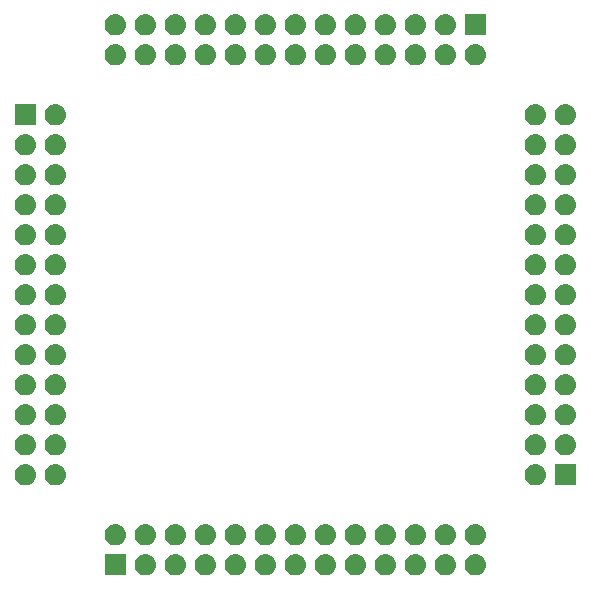
<source format=gbr>
G04 #@! TF.GenerationSoftware,KiCad,Pcbnew,(5.1.2)-2*
G04 #@! TF.CreationDate,2019-10-30T14:21:15+01:00*
G04 #@! TF.ProjectId,PIC18F67K40 MCU Card,50494331-3846-4363-974b-3430204d4355,rev?*
G04 #@! TF.SameCoordinates,Original*
G04 #@! TF.FileFunction,Soldermask,Bot*
G04 #@! TF.FilePolarity,Negative*
%FSLAX46Y46*%
G04 Gerber Fmt 4.6, Leading zero omitted, Abs format (unit mm)*
G04 Created by KiCad (PCBNEW (5.1.2)-2) date 2019-10-30 14:21:15*
%MOMM*%
%LPD*%
G04 APERTURE LIST*
%ADD10C,0.100000*%
G04 APERTURE END LIST*
D10*
G36*
X119683626Y-171197036D02*
G01*
X119792181Y-171229967D01*
X119853466Y-171248557D01*
X119853468Y-171248558D01*
X120009992Y-171332221D01*
X120147186Y-171444814D01*
X120259779Y-171582008D01*
X120343442Y-171738532D01*
X120394964Y-171908374D01*
X120412359Y-172085000D01*
X120394964Y-172261626D01*
X120343442Y-172431468D01*
X120259779Y-172587992D01*
X120147186Y-172725186D01*
X120009992Y-172837779D01*
X119853468Y-172921442D01*
X119853466Y-172921443D01*
X119792181Y-172940033D01*
X119683626Y-172972964D01*
X119551263Y-172986000D01*
X119462737Y-172986000D01*
X119330374Y-172972964D01*
X119221819Y-172940033D01*
X119160534Y-172921443D01*
X119160532Y-172921442D01*
X119004008Y-172837779D01*
X118866814Y-172725186D01*
X118754221Y-172587992D01*
X118670558Y-172431468D01*
X118619036Y-172261626D01*
X118601641Y-172085000D01*
X118619036Y-171908374D01*
X118670558Y-171738532D01*
X118754221Y-171582008D01*
X118866814Y-171444814D01*
X119004008Y-171332221D01*
X119160532Y-171248558D01*
X119160534Y-171248557D01*
X119221819Y-171229967D01*
X119330374Y-171197036D01*
X119462737Y-171184000D01*
X119551263Y-171184000D01*
X119683626Y-171197036D01*
X119683626Y-171197036D01*
G37*
G36*
X117143626Y-171197036D02*
G01*
X117252181Y-171229967D01*
X117313466Y-171248557D01*
X117313468Y-171248558D01*
X117469992Y-171332221D01*
X117607186Y-171444814D01*
X117719779Y-171582008D01*
X117803442Y-171738532D01*
X117854964Y-171908374D01*
X117872359Y-172085000D01*
X117854964Y-172261626D01*
X117803442Y-172431468D01*
X117719779Y-172587992D01*
X117607186Y-172725186D01*
X117469992Y-172837779D01*
X117313468Y-172921442D01*
X117313466Y-172921443D01*
X117252181Y-172940033D01*
X117143626Y-172972964D01*
X117011263Y-172986000D01*
X116922737Y-172986000D01*
X116790374Y-172972964D01*
X116681819Y-172940033D01*
X116620534Y-172921443D01*
X116620532Y-172921442D01*
X116464008Y-172837779D01*
X116326814Y-172725186D01*
X116214221Y-172587992D01*
X116130558Y-172431468D01*
X116079036Y-172261626D01*
X116061641Y-172085000D01*
X116079036Y-171908374D01*
X116130558Y-171738532D01*
X116214221Y-171582008D01*
X116326814Y-171444814D01*
X116464008Y-171332221D01*
X116620532Y-171248558D01*
X116620534Y-171248557D01*
X116681819Y-171229967D01*
X116790374Y-171197036D01*
X116922737Y-171184000D01*
X117011263Y-171184000D01*
X117143626Y-171197036D01*
X117143626Y-171197036D01*
G37*
G36*
X112063626Y-171197036D02*
G01*
X112172181Y-171229967D01*
X112233466Y-171248557D01*
X112233468Y-171248558D01*
X112389992Y-171332221D01*
X112527186Y-171444814D01*
X112639779Y-171582008D01*
X112723442Y-171738532D01*
X112774964Y-171908374D01*
X112792359Y-172085000D01*
X112774964Y-172261626D01*
X112723442Y-172431468D01*
X112639779Y-172587992D01*
X112527186Y-172725186D01*
X112389992Y-172837779D01*
X112233468Y-172921442D01*
X112233466Y-172921443D01*
X112172181Y-172940033D01*
X112063626Y-172972964D01*
X111931263Y-172986000D01*
X111842737Y-172986000D01*
X111710374Y-172972964D01*
X111601819Y-172940033D01*
X111540534Y-172921443D01*
X111540532Y-172921442D01*
X111384008Y-172837779D01*
X111246814Y-172725186D01*
X111134221Y-172587992D01*
X111050558Y-172431468D01*
X110999036Y-172261626D01*
X110981641Y-172085000D01*
X110999036Y-171908374D01*
X111050558Y-171738532D01*
X111134221Y-171582008D01*
X111246814Y-171444814D01*
X111384008Y-171332221D01*
X111540532Y-171248558D01*
X111540534Y-171248557D01*
X111601819Y-171229967D01*
X111710374Y-171197036D01*
X111842737Y-171184000D01*
X111931263Y-171184000D01*
X112063626Y-171197036D01*
X112063626Y-171197036D01*
G37*
G36*
X99363626Y-171197036D02*
G01*
X99472181Y-171229967D01*
X99533466Y-171248557D01*
X99533468Y-171248558D01*
X99689992Y-171332221D01*
X99827186Y-171444814D01*
X99939779Y-171582008D01*
X100023442Y-171738532D01*
X100074964Y-171908374D01*
X100092359Y-172085000D01*
X100074964Y-172261626D01*
X100023442Y-172431468D01*
X99939779Y-172587992D01*
X99827186Y-172725186D01*
X99689992Y-172837779D01*
X99533468Y-172921442D01*
X99533466Y-172921443D01*
X99472181Y-172940033D01*
X99363626Y-172972964D01*
X99231263Y-172986000D01*
X99142737Y-172986000D01*
X99010374Y-172972964D01*
X98901819Y-172940033D01*
X98840534Y-172921443D01*
X98840532Y-172921442D01*
X98684008Y-172837779D01*
X98546814Y-172725186D01*
X98434221Y-172587992D01*
X98350558Y-172431468D01*
X98299036Y-172261626D01*
X98281641Y-172085000D01*
X98299036Y-171908374D01*
X98350558Y-171738532D01*
X98434221Y-171582008D01*
X98546814Y-171444814D01*
X98684008Y-171332221D01*
X98840532Y-171248558D01*
X98840534Y-171248557D01*
X98901819Y-171229967D01*
X99010374Y-171197036D01*
X99142737Y-171184000D01*
X99231263Y-171184000D01*
X99363626Y-171197036D01*
X99363626Y-171197036D01*
G37*
G36*
X96823626Y-171197036D02*
G01*
X96932181Y-171229967D01*
X96993466Y-171248557D01*
X96993468Y-171248558D01*
X97149992Y-171332221D01*
X97287186Y-171444814D01*
X97399779Y-171582008D01*
X97483442Y-171738532D01*
X97534964Y-171908374D01*
X97552359Y-172085000D01*
X97534964Y-172261626D01*
X97483442Y-172431468D01*
X97399779Y-172587992D01*
X97287186Y-172725186D01*
X97149992Y-172837779D01*
X96993468Y-172921442D01*
X96993466Y-172921443D01*
X96932181Y-172940033D01*
X96823626Y-172972964D01*
X96691263Y-172986000D01*
X96602737Y-172986000D01*
X96470374Y-172972964D01*
X96361819Y-172940033D01*
X96300534Y-172921443D01*
X96300532Y-172921442D01*
X96144008Y-172837779D01*
X96006814Y-172725186D01*
X95894221Y-172587992D01*
X95810558Y-172431468D01*
X95759036Y-172261626D01*
X95741641Y-172085000D01*
X95759036Y-171908374D01*
X95810558Y-171738532D01*
X95894221Y-171582008D01*
X96006814Y-171444814D01*
X96144008Y-171332221D01*
X96300532Y-171248558D01*
X96300534Y-171248557D01*
X96361819Y-171229967D01*
X96470374Y-171197036D01*
X96602737Y-171184000D01*
X96691263Y-171184000D01*
X96823626Y-171197036D01*
X96823626Y-171197036D01*
G37*
G36*
X101903626Y-171197036D02*
G01*
X102012181Y-171229967D01*
X102073466Y-171248557D01*
X102073468Y-171248558D01*
X102229992Y-171332221D01*
X102367186Y-171444814D01*
X102479779Y-171582008D01*
X102563442Y-171738532D01*
X102614964Y-171908374D01*
X102632359Y-172085000D01*
X102614964Y-172261626D01*
X102563442Y-172431468D01*
X102479779Y-172587992D01*
X102367186Y-172725186D01*
X102229992Y-172837779D01*
X102073468Y-172921442D01*
X102073466Y-172921443D01*
X102012181Y-172940033D01*
X101903626Y-172972964D01*
X101771263Y-172986000D01*
X101682737Y-172986000D01*
X101550374Y-172972964D01*
X101441819Y-172940033D01*
X101380534Y-172921443D01*
X101380532Y-172921442D01*
X101224008Y-172837779D01*
X101086814Y-172725186D01*
X100974221Y-172587992D01*
X100890558Y-172431468D01*
X100839036Y-172261626D01*
X100821641Y-172085000D01*
X100839036Y-171908374D01*
X100890558Y-171738532D01*
X100974221Y-171582008D01*
X101086814Y-171444814D01*
X101224008Y-171332221D01*
X101380532Y-171248558D01*
X101380534Y-171248557D01*
X101441819Y-171229967D01*
X101550374Y-171197036D01*
X101682737Y-171184000D01*
X101771263Y-171184000D01*
X101903626Y-171197036D01*
X101903626Y-171197036D01*
G37*
G36*
X109523626Y-171197036D02*
G01*
X109632181Y-171229967D01*
X109693466Y-171248557D01*
X109693468Y-171248558D01*
X109849992Y-171332221D01*
X109987186Y-171444814D01*
X110099779Y-171582008D01*
X110183442Y-171738532D01*
X110234964Y-171908374D01*
X110252359Y-172085000D01*
X110234964Y-172261626D01*
X110183442Y-172431468D01*
X110099779Y-172587992D01*
X109987186Y-172725186D01*
X109849992Y-172837779D01*
X109693468Y-172921442D01*
X109693466Y-172921443D01*
X109632181Y-172940033D01*
X109523626Y-172972964D01*
X109391263Y-172986000D01*
X109302737Y-172986000D01*
X109170374Y-172972964D01*
X109061819Y-172940033D01*
X109000534Y-172921443D01*
X109000532Y-172921442D01*
X108844008Y-172837779D01*
X108706814Y-172725186D01*
X108594221Y-172587992D01*
X108510558Y-172431468D01*
X108459036Y-172261626D01*
X108441641Y-172085000D01*
X108459036Y-171908374D01*
X108510558Y-171738532D01*
X108594221Y-171582008D01*
X108706814Y-171444814D01*
X108844008Y-171332221D01*
X109000532Y-171248558D01*
X109000534Y-171248557D01*
X109061819Y-171229967D01*
X109170374Y-171197036D01*
X109302737Y-171184000D01*
X109391263Y-171184000D01*
X109523626Y-171197036D01*
X109523626Y-171197036D01*
G37*
G36*
X91743626Y-171197036D02*
G01*
X91852181Y-171229967D01*
X91913466Y-171248557D01*
X91913468Y-171248558D01*
X92069992Y-171332221D01*
X92207186Y-171444814D01*
X92319779Y-171582008D01*
X92403442Y-171738532D01*
X92454964Y-171908374D01*
X92472359Y-172085000D01*
X92454964Y-172261626D01*
X92403442Y-172431468D01*
X92319779Y-172587992D01*
X92207186Y-172725186D01*
X92069992Y-172837779D01*
X91913468Y-172921442D01*
X91913466Y-172921443D01*
X91852181Y-172940033D01*
X91743626Y-172972964D01*
X91611263Y-172986000D01*
X91522737Y-172986000D01*
X91390374Y-172972964D01*
X91281819Y-172940033D01*
X91220534Y-172921443D01*
X91220532Y-172921442D01*
X91064008Y-172837779D01*
X90926814Y-172725186D01*
X90814221Y-172587992D01*
X90730558Y-172431468D01*
X90679036Y-172261626D01*
X90661641Y-172085000D01*
X90679036Y-171908374D01*
X90730558Y-171738532D01*
X90814221Y-171582008D01*
X90926814Y-171444814D01*
X91064008Y-171332221D01*
X91220532Y-171248558D01*
X91220534Y-171248557D01*
X91281819Y-171229967D01*
X91390374Y-171197036D01*
X91522737Y-171184000D01*
X91611263Y-171184000D01*
X91743626Y-171197036D01*
X91743626Y-171197036D01*
G37*
G36*
X89928000Y-172986000D02*
G01*
X88126000Y-172986000D01*
X88126000Y-171184000D01*
X89928000Y-171184000D01*
X89928000Y-172986000D01*
X89928000Y-172986000D01*
G37*
G36*
X106983626Y-171197036D02*
G01*
X107092181Y-171229967D01*
X107153466Y-171248557D01*
X107153468Y-171248558D01*
X107309992Y-171332221D01*
X107447186Y-171444814D01*
X107559779Y-171582008D01*
X107643442Y-171738532D01*
X107694964Y-171908374D01*
X107712359Y-172085000D01*
X107694964Y-172261626D01*
X107643442Y-172431468D01*
X107559779Y-172587992D01*
X107447186Y-172725186D01*
X107309992Y-172837779D01*
X107153468Y-172921442D01*
X107153466Y-172921443D01*
X107092181Y-172940033D01*
X106983626Y-172972964D01*
X106851263Y-172986000D01*
X106762737Y-172986000D01*
X106630374Y-172972964D01*
X106521819Y-172940033D01*
X106460534Y-172921443D01*
X106460532Y-172921442D01*
X106304008Y-172837779D01*
X106166814Y-172725186D01*
X106054221Y-172587992D01*
X105970558Y-172431468D01*
X105919036Y-172261626D01*
X105901641Y-172085000D01*
X105919036Y-171908374D01*
X105970558Y-171738532D01*
X106054221Y-171582008D01*
X106166814Y-171444814D01*
X106304008Y-171332221D01*
X106460532Y-171248558D01*
X106460534Y-171248557D01*
X106521819Y-171229967D01*
X106630374Y-171197036D01*
X106762737Y-171184000D01*
X106851263Y-171184000D01*
X106983626Y-171197036D01*
X106983626Y-171197036D01*
G37*
G36*
X104443626Y-171197036D02*
G01*
X104552181Y-171229967D01*
X104613466Y-171248557D01*
X104613468Y-171248558D01*
X104769992Y-171332221D01*
X104907186Y-171444814D01*
X105019779Y-171582008D01*
X105103442Y-171738532D01*
X105154964Y-171908374D01*
X105172359Y-172085000D01*
X105154964Y-172261626D01*
X105103442Y-172431468D01*
X105019779Y-172587992D01*
X104907186Y-172725186D01*
X104769992Y-172837779D01*
X104613468Y-172921442D01*
X104613466Y-172921443D01*
X104552181Y-172940033D01*
X104443626Y-172972964D01*
X104311263Y-172986000D01*
X104222737Y-172986000D01*
X104090374Y-172972964D01*
X103981819Y-172940033D01*
X103920534Y-172921443D01*
X103920532Y-172921442D01*
X103764008Y-172837779D01*
X103626814Y-172725186D01*
X103514221Y-172587992D01*
X103430558Y-172431468D01*
X103379036Y-172261626D01*
X103361641Y-172085000D01*
X103379036Y-171908374D01*
X103430558Y-171738532D01*
X103514221Y-171582008D01*
X103626814Y-171444814D01*
X103764008Y-171332221D01*
X103920532Y-171248558D01*
X103920534Y-171248557D01*
X103981819Y-171229967D01*
X104090374Y-171197036D01*
X104222737Y-171184000D01*
X104311263Y-171184000D01*
X104443626Y-171197036D01*
X104443626Y-171197036D01*
G37*
G36*
X94283626Y-171197036D02*
G01*
X94392181Y-171229967D01*
X94453466Y-171248557D01*
X94453468Y-171248558D01*
X94609992Y-171332221D01*
X94747186Y-171444814D01*
X94859779Y-171582008D01*
X94943442Y-171738532D01*
X94994964Y-171908374D01*
X95012359Y-172085000D01*
X94994964Y-172261626D01*
X94943442Y-172431468D01*
X94859779Y-172587992D01*
X94747186Y-172725186D01*
X94609992Y-172837779D01*
X94453468Y-172921442D01*
X94453466Y-172921443D01*
X94392181Y-172940033D01*
X94283626Y-172972964D01*
X94151263Y-172986000D01*
X94062737Y-172986000D01*
X93930374Y-172972964D01*
X93821819Y-172940033D01*
X93760534Y-172921443D01*
X93760532Y-172921442D01*
X93604008Y-172837779D01*
X93466814Y-172725186D01*
X93354221Y-172587992D01*
X93270558Y-172431468D01*
X93219036Y-172261626D01*
X93201641Y-172085000D01*
X93219036Y-171908374D01*
X93270558Y-171738532D01*
X93354221Y-171582008D01*
X93466814Y-171444814D01*
X93604008Y-171332221D01*
X93760532Y-171248558D01*
X93760534Y-171248557D01*
X93821819Y-171229967D01*
X93930374Y-171197036D01*
X94062737Y-171184000D01*
X94151263Y-171184000D01*
X94283626Y-171197036D01*
X94283626Y-171197036D01*
G37*
G36*
X114603626Y-171197036D02*
G01*
X114712181Y-171229967D01*
X114773466Y-171248557D01*
X114773468Y-171248558D01*
X114929992Y-171332221D01*
X115067186Y-171444814D01*
X115179779Y-171582008D01*
X115263442Y-171738532D01*
X115314964Y-171908374D01*
X115332359Y-172085000D01*
X115314964Y-172261626D01*
X115263442Y-172431468D01*
X115179779Y-172587992D01*
X115067186Y-172725186D01*
X114929992Y-172837779D01*
X114773468Y-172921442D01*
X114773466Y-172921443D01*
X114712181Y-172940033D01*
X114603626Y-172972964D01*
X114471263Y-172986000D01*
X114382737Y-172986000D01*
X114250374Y-172972964D01*
X114141819Y-172940033D01*
X114080534Y-172921443D01*
X114080532Y-172921442D01*
X113924008Y-172837779D01*
X113786814Y-172725186D01*
X113674221Y-172587992D01*
X113590558Y-172431468D01*
X113539036Y-172261626D01*
X113521641Y-172085000D01*
X113539036Y-171908374D01*
X113590558Y-171738532D01*
X113674221Y-171582008D01*
X113786814Y-171444814D01*
X113924008Y-171332221D01*
X114080532Y-171248558D01*
X114080534Y-171248557D01*
X114141819Y-171229967D01*
X114250374Y-171197036D01*
X114382737Y-171184000D01*
X114471263Y-171184000D01*
X114603626Y-171197036D01*
X114603626Y-171197036D01*
G37*
G36*
X89203626Y-168657036D02*
G01*
X89312181Y-168689967D01*
X89373466Y-168708557D01*
X89373468Y-168708558D01*
X89529992Y-168792221D01*
X89667186Y-168904814D01*
X89779779Y-169042008D01*
X89863442Y-169198532D01*
X89914964Y-169368374D01*
X89932359Y-169545000D01*
X89914964Y-169721626D01*
X89863442Y-169891468D01*
X89779779Y-170047992D01*
X89667186Y-170185186D01*
X89529992Y-170297779D01*
X89373468Y-170381442D01*
X89373466Y-170381443D01*
X89312181Y-170400033D01*
X89203626Y-170432964D01*
X89071263Y-170446000D01*
X88982737Y-170446000D01*
X88850374Y-170432964D01*
X88741819Y-170400033D01*
X88680534Y-170381443D01*
X88680532Y-170381442D01*
X88524008Y-170297779D01*
X88386814Y-170185186D01*
X88274221Y-170047992D01*
X88190558Y-169891468D01*
X88139036Y-169721626D01*
X88121641Y-169545000D01*
X88139036Y-169368374D01*
X88190558Y-169198532D01*
X88274221Y-169042008D01*
X88386814Y-168904814D01*
X88524008Y-168792221D01*
X88680532Y-168708558D01*
X88680534Y-168708557D01*
X88741819Y-168689967D01*
X88850374Y-168657036D01*
X88982737Y-168644000D01*
X89071263Y-168644000D01*
X89203626Y-168657036D01*
X89203626Y-168657036D01*
G37*
G36*
X101903626Y-168657036D02*
G01*
X102012181Y-168689967D01*
X102073466Y-168708557D01*
X102073468Y-168708558D01*
X102229992Y-168792221D01*
X102367186Y-168904814D01*
X102479779Y-169042008D01*
X102563442Y-169198532D01*
X102614964Y-169368374D01*
X102632359Y-169545000D01*
X102614964Y-169721626D01*
X102563442Y-169891468D01*
X102479779Y-170047992D01*
X102367186Y-170185186D01*
X102229992Y-170297779D01*
X102073468Y-170381442D01*
X102073466Y-170381443D01*
X102012181Y-170400033D01*
X101903626Y-170432964D01*
X101771263Y-170446000D01*
X101682737Y-170446000D01*
X101550374Y-170432964D01*
X101441819Y-170400033D01*
X101380534Y-170381443D01*
X101380532Y-170381442D01*
X101224008Y-170297779D01*
X101086814Y-170185186D01*
X100974221Y-170047992D01*
X100890558Y-169891468D01*
X100839036Y-169721626D01*
X100821641Y-169545000D01*
X100839036Y-169368374D01*
X100890558Y-169198532D01*
X100974221Y-169042008D01*
X101086814Y-168904814D01*
X101224008Y-168792221D01*
X101380532Y-168708558D01*
X101380534Y-168708557D01*
X101441819Y-168689967D01*
X101550374Y-168657036D01*
X101682737Y-168644000D01*
X101771263Y-168644000D01*
X101903626Y-168657036D01*
X101903626Y-168657036D01*
G37*
G36*
X106983626Y-168657036D02*
G01*
X107092181Y-168689967D01*
X107153466Y-168708557D01*
X107153468Y-168708558D01*
X107309992Y-168792221D01*
X107447186Y-168904814D01*
X107559779Y-169042008D01*
X107643442Y-169198532D01*
X107694964Y-169368374D01*
X107712359Y-169545000D01*
X107694964Y-169721626D01*
X107643442Y-169891468D01*
X107559779Y-170047992D01*
X107447186Y-170185186D01*
X107309992Y-170297779D01*
X107153468Y-170381442D01*
X107153466Y-170381443D01*
X107092181Y-170400033D01*
X106983626Y-170432964D01*
X106851263Y-170446000D01*
X106762737Y-170446000D01*
X106630374Y-170432964D01*
X106521819Y-170400033D01*
X106460534Y-170381443D01*
X106460532Y-170381442D01*
X106304008Y-170297779D01*
X106166814Y-170185186D01*
X106054221Y-170047992D01*
X105970558Y-169891468D01*
X105919036Y-169721626D01*
X105901641Y-169545000D01*
X105919036Y-169368374D01*
X105970558Y-169198532D01*
X106054221Y-169042008D01*
X106166814Y-168904814D01*
X106304008Y-168792221D01*
X106460532Y-168708558D01*
X106460534Y-168708557D01*
X106521819Y-168689967D01*
X106630374Y-168657036D01*
X106762737Y-168644000D01*
X106851263Y-168644000D01*
X106983626Y-168657036D01*
X106983626Y-168657036D01*
G37*
G36*
X96823626Y-168657036D02*
G01*
X96932181Y-168689967D01*
X96993466Y-168708557D01*
X96993468Y-168708558D01*
X97149992Y-168792221D01*
X97287186Y-168904814D01*
X97399779Y-169042008D01*
X97483442Y-169198532D01*
X97534964Y-169368374D01*
X97552359Y-169545000D01*
X97534964Y-169721626D01*
X97483442Y-169891468D01*
X97399779Y-170047992D01*
X97287186Y-170185186D01*
X97149992Y-170297779D01*
X96993468Y-170381442D01*
X96993466Y-170381443D01*
X96932181Y-170400033D01*
X96823626Y-170432964D01*
X96691263Y-170446000D01*
X96602737Y-170446000D01*
X96470374Y-170432964D01*
X96361819Y-170400033D01*
X96300534Y-170381443D01*
X96300532Y-170381442D01*
X96144008Y-170297779D01*
X96006814Y-170185186D01*
X95894221Y-170047992D01*
X95810558Y-169891468D01*
X95759036Y-169721626D01*
X95741641Y-169545000D01*
X95759036Y-169368374D01*
X95810558Y-169198532D01*
X95894221Y-169042008D01*
X96006814Y-168904814D01*
X96144008Y-168792221D01*
X96300532Y-168708558D01*
X96300534Y-168708557D01*
X96361819Y-168689967D01*
X96470374Y-168657036D01*
X96602737Y-168644000D01*
X96691263Y-168644000D01*
X96823626Y-168657036D01*
X96823626Y-168657036D01*
G37*
G36*
X91743626Y-168657036D02*
G01*
X91852181Y-168689967D01*
X91913466Y-168708557D01*
X91913468Y-168708558D01*
X92069992Y-168792221D01*
X92207186Y-168904814D01*
X92319779Y-169042008D01*
X92403442Y-169198532D01*
X92454964Y-169368374D01*
X92472359Y-169545000D01*
X92454964Y-169721626D01*
X92403442Y-169891468D01*
X92319779Y-170047992D01*
X92207186Y-170185186D01*
X92069992Y-170297779D01*
X91913468Y-170381442D01*
X91913466Y-170381443D01*
X91852181Y-170400033D01*
X91743626Y-170432964D01*
X91611263Y-170446000D01*
X91522737Y-170446000D01*
X91390374Y-170432964D01*
X91281819Y-170400033D01*
X91220534Y-170381443D01*
X91220532Y-170381442D01*
X91064008Y-170297779D01*
X90926814Y-170185186D01*
X90814221Y-170047992D01*
X90730558Y-169891468D01*
X90679036Y-169721626D01*
X90661641Y-169545000D01*
X90679036Y-169368374D01*
X90730558Y-169198532D01*
X90814221Y-169042008D01*
X90926814Y-168904814D01*
X91064008Y-168792221D01*
X91220532Y-168708558D01*
X91220534Y-168708557D01*
X91281819Y-168689967D01*
X91390374Y-168657036D01*
X91522737Y-168644000D01*
X91611263Y-168644000D01*
X91743626Y-168657036D01*
X91743626Y-168657036D01*
G37*
G36*
X104443626Y-168657036D02*
G01*
X104552181Y-168689967D01*
X104613466Y-168708557D01*
X104613468Y-168708558D01*
X104769992Y-168792221D01*
X104907186Y-168904814D01*
X105019779Y-169042008D01*
X105103442Y-169198532D01*
X105154964Y-169368374D01*
X105172359Y-169545000D01*
X105154964Y-169721626D01*
X105103442Y-169891468D01*
X105019779Y-170047992D01*
X104907186Y-170185186D01*
X104769992Y-170297779D01*
X104613468Y-170381442D01*
X104613466Y-170381443D01*
X104552181Y-170400033D01*
X104443626Y-170432964D01*
X104311263Y-170446000D01*
X104222737Y-170446000D01*
X104090374Y-170432964D01*
X103981819Y-170400033D01*
X103920534Y-170381443D01*
X103920532Y-170381442D01*
X103764008Y-170297779D01*
X103626814Y-170185186D01*
X103514221Y-170047992D01*
X103430558Y-169891468D01*
X103379036Y-169721626D01*
X103361641Y-169545000D01*
X103379036Y-169368374D01*
X103430558Y-169198532D01*
X103514221Y-169042008D01*
X103626814Y-168904814D01*
X103764008Y-168792221D01*
X103920532Y-168708558D01*
X103920534Y-168708557D01*
X103981819Y-168689967D01*
X104090374Y-168657036D01*
X104222737Y-168644000D01*
X104311263Y-168644000D01*
X104443626Y-168657036D01*
X104443626Y-168657036D01*
G37*
G36*
X99363626Y-168657036D02*
G01*
X99472181Y-168689967D01*
X99533466Y-168708557D01*
X99533468Y-168708558D01*
X99689992Y-168792221D01*
X99827186Y-168904814D01*
X99939779Y-169042008D01*
X100023442Y-169198532D01*
X100074964Y-169368374D01*
X100092359Y-169545000D01*
X100074964Y-169721626D01*
X100023442Y-169891468D01*
X99939779Y-170047992D01*
X99827186Y-170185186D01*
X99689992Y-170297779D01*
X99533468Y-170381442D01*
X99533466Y-170381443D01*
X99472181Y-170400033D01*
X99363626Y-170432964D01*
X99231263Y-170446000D01*
X99142737Y-170446000D01*
X99010374Y-170432964D01*
X98901819Y-170400033D01*
X98840534Y-170381443D01*
X98840532Y-170381442D01*
X98684008Y-170297779D01*
X98546814Y-170185186D01*
X98434221Y-170047992D01*
X98350558Y-169891468D01*
X98299036Y-169721626D01*
X98281641Y-169545000D01*
X98299036Y-169368374D01*
X98350558Y-169198532D01*
X98434221Y-169042008D01*
X98546814Y-168904814D01*
X98684008Y-168792221D01*
X98840532Y-168708558D01*
X98840534Y-168708557D01*
X98901819Y-168689967D01*
X99010374Y-168657036D01*
X99142737Y-168644000D01*
X99231263Y-168644000D01*
X99363626Y-168657036D01*
X99363626Y-168657036D01*
G37*
G36*
X94283626Y-168657036D02*
G01*
X94392181Y-168689967D01*
X94453466Y-168708557D01*
X94453468Y-168708558D01*
X94609992Y-168792221D01*
X94747186Y-168904814D01*
X94859779Y-169042008D01*
X94943442Y-169198532D01*
X94994964Y-169368374D01*
X95012359Y-169545000D01*
X94994964Y-169721626D01*
X94943442Y-169891468D01*
X94859779Y-170047992D01*
X94747186Y-170185186D01*
X94609992Y-170297779D01*
X94453468Y-170381442D01*
X94453466Y-170381443D01*
X94392181Y-170400033D01*
X94283626Y-170432964D01*
X94151263Y-170446000D01*
X94062737Y-170446000D01*
X93930374Y-170432964D01*
X93821819Y-170400033D01*
X93760534Y-170381443D01*
X93760532Y-170381442D01*
X93604008Y-170297779D01*
X93466814Y-170185186D01*
X93354221Y-170047992D01*
X93270558Y-169891468D01*
X93219036Y-169721626D01*
X93201641Y-169545000D01*
X93219036Y-169368374D01*
X93270558Y-169198532D01*
X93354221Y-169042008D01*
X93466814Y-168904814D01*
X93604008Y-168792221D01*
X93760532Y-168708558D01*
X93760534Y-168708557D01*
X93821819Y-168689967D01*
X93930374Y-168657036D01*
X94062737Y-168644000D01*
X94151263Y-168644000D01*
X94283626Y-168657036D01*
X94283626Y-168657036D01*
G37*
G36*
X114603626Y-168657036D02*
G01*
X114712181Y-168689967D01*
X114773466Y-168708557D01*
X114773468Y-168708558D01*
X114929992Y-168792221D01*
X115067186Y-168904814D01*
X115179779Y-169042008D01*
X115263442Y-169198532D01*
X115314964Y-169368374D01*
X115332359Y-169545000D01*
X115314964Y-169721626D01*
X115263442Y-169891468D01*
X115179779Y-170047992D01*
X115067186Y-170185186D01*
X114929992Y-170297779D01*
X114773468Y-170381442D01*
X114773466Y-170381443D01*
X114712181Y-170400033D01*
X114603626Y-170432964D01*
X114471263Y-170446000D01*
X114382737Y-170446000D01*
X114250374Y-170432964D01*
X114141819Y-170400033D01*
X114080534Y-170381443D01*
X114080532Y-170381442D01*
X113924008Y-170297779D01*
X113786814Y-170185186D01*
X113674221Y-170047992D01*
X113590558Y-169891468D01*
X113539036Y-169721626D01*
X113521641Y-169545000D01*
X113539036Y-169368374D01*
X113590558Y-169198532D01*
X113674221Y-169042008D01*
X113786814Y-168904814D01*
X113924008Y-168792221D01*
X114080532Y-168708558D01*
X114080534Y-168708557D01*
X114141819Y-168689967D01*
X114250374Y-168657036D01*
X114382737Y-168644000D01*
X114471263Y-168644000D01*
X114603626Y-168657036D01*
X114603626Y-168657036D01*
G37*
G36*
X119683626Y-168657036D02*
G01*
X119792181Y-168689967D01*
X119853466Y-168708557D01*
X119853468Y-168708558D01*
X120009992Y-168792221D01*
X120147186Y-168904814D01*
X120259779Y-169042008D01*
X120343442Y-169198532D01*
X120394964Y-169368374D01*
X120412359Y-169545000D01*
X120394964Y-169721626D01*
X120343442Y-169891468D01*
X120259779Y-170047992D01*
X120147186Y-170185186D01*
X120009992Y-170297779D01*
X119853468Y-170381442D01*
X119853466Y-170381443D01*
X119792181Y-170400033D01*
X119683626Y-170432964D01*
X119551263Y-170446000D01*
X119462737Y-170446000D01*
X119330374Y-170432964D01*
X119221819Y-170400033D01*
X119160534Y-170381443D01*
X119160532Y-170381442D01*
X119004008Y-170297779D01*
X118866814Y-170185186D01*
X118754221Y-170047992D01*
X118670558Y-169891468D01*
X118619036Y-169721626D01*
X118601641Y-169545000D01*
X118619036Y-169368374D01*
X118670558Y-169198532D01*
X118754221Y-169042008D01*
X118866814Y-168904814D01*
X119004008Y-168792221D01*
X119160532Y-168708558D01*
X119160534Y-168708557D01*
X119221819Y-168689967D01*
X119330374Y-168657036D01*
X119462737Y-168644000D01*
X119551263Y-168644000D01*
X119683626Y-168657036D01*
X119683626Y-168657036D01*
G37*
G36*
X112063626Y-168657036D02*
G01*
X112172181Y-168689967D01*
X112233466Y-168708557D01*
X112233468Y-168708558D01*
X112389992Y-168792221D01*
X112527186Y-168904814D01*
X112639779Y-169042008D01*
X112723442Y-169198532D01*
X112774964Y-169368374D01*
X112792359Y-169545000D01*
X112774964Y-169721626D01*
X112723442Y-169891468D01*
X112639779Y-170047992D01*
X112527186Y-170185186D01*
X112389992Y-170297779D01*
X112233468Y-170381442D01*
X112233466Y-170381443D01*
X112172181Y-170400033D01*
X112063626Y-170432964D01*
X111931263Y-170446000D01*
X111842737Y-170446000D01*
X111710374Y-170432964D01*
X111601819Y-170400033D01*
X111540534Y-170381443D01*
X111540532Y-170381442D01*
X111384008Y-170297779D01*
X111246814Y-170185186D01*
X111134221Y-170047992D01*
X111050558Y-169891468D01*
X110999036Y-169721626D01*
X110981641Y-169545000D01*
X110999036Y-169368374D01*
X111050558Y-169198532D01*
X111134221Y-169042008D01*
X111246814Y-168904814D01*
X111384008Y-168792221D01*
X111540532Y-168708558D01*
X111540534Y-168708557D01*
X111601819Y-168689967D01*
X111710374Y-168657036D01*
X111842737Y-168644000D01*
X111931263Y-168644000D01*
X112063626Y-168657036D01*
X112063626Y-168657036D01*
G37*
G36*
X109523626Y-168657036D02*
G01*
X109632181Y-168689967D01*
X109693466Y-168708557D01*
X109693468Y-168708558D01*
X109849992Y-168792221D01*
X109987186Y-168904814D01*
X110099779Y-169042008D01*
X110183442Y-169198532D01*
X110234964Y-169368374D01*
X110252359Y-169545000D01*
X110234964Y-169721626D01*
X110183442Y-169891468D01*
X110099779Y-170047992D01*
X109987186Y-170185186D01*
X109849992Y-170297779D01*
X109693468Y-170381442D01*
X109693466Y-170381443D01*
X109632181Y-170400033D01*
X109523626Y-170432964D01*
X109391263Y-170446000D01*
X109302737Y-170446000D01*
X109170374Y-170432964D01*
X109061819Y-170400033D01*
X109000534Y-170381443D01*
X109000532Y-170381442D01*
X108844008Y-170297779D01*
X108706814Y-170185186D01*
X108594221Y-170047992D01*
X108510558Y-169891468D01*
X108459036Y-169721626D01*
X108441641Y-169545000D01*
X108459036Y-169368374D01*
X108510558Y-169198532D01*
X108594221Y-169042008D01*
X108706814Y-168904814D01*
X108844008Y-168792221D01*
X109000532Y-168708558D01*
X109000534Y-168708557D01*
X109061819Y-168689967D01*
X109170374Y-168657036D01*
X109302737Y-168644000D01*
X109391263Y-168644000D01*
X109523626Y-168657036D01*
X109523626Y-168657036D01*
G37*
G36*
X117143626Y-168657036D02*
G01*
X117252181Y-168689967D01*
X117313466Y-168708557D01*
X117313468Y-168708558D01*
X117469992Y-168792221D01*
X117607186Y-168904814D01*
X117719779Y-169042008D01*
X117803442Y-169198532D01*
X117854964Y-169368374D01*
X117872359Y-169545000D01*
X117854964Y-169721626D01*
X117803442Y-169891468D01*
X117719779Y-170047992D01*
X117607186Y-170185186D01*
X117469992Y-170297779D01*
X117313468Y-170381442D01*
X117313466Y-170381443D01*
X117252181Y-170400033D01*
X117143626Y-170432964D01*
X117011263Y-170446000D01*
X116922737Y-170446000D01*
X116790374Y-170432964D01*
X116681819Y-170400033D01*
X116620534Y-170381443D01*
X116620532Y-170381442D01*
X116464008Y-170297779D01*
X116326814Y-170185186D01*
X116214221Y-170047992D01*
X116130558Y-169891468D01*
X116079036Y-169721626D01*
X116061641Y-169545000D01*
X116079036Y-169368374D01*
X116130558Y-169198532D01*
X116214221Y-169042008D01*
X116326814Y-168904814D01*
X116464008Y-168792221D01*
X116620532Y-168708558D01*
X116620534Y-168708557D01*
X116681819Y-168689967D01*
X116790374Y-168657036D01*
X116922737Y-168644000D01*
X117011263Y-168644000D01*
X117143626Y-168657036D01*
X117143626Y-168657036D01*
G37*
G36*
X128028000Y-165366000D02*
G01*
X126226000Y-165366000D01*
X126226000Y-163564000D01*
X128028000Y-163564000D01*
X128028000Y-165366000D01*
X128028000Y-165366000D01*
G37*
G36*
X84123626Y-163577036D02*
G01*
X84232181Y-163609967D01*
X84293466Y-163628557D01*
X84293468Y-163628558D01*
X84449992Y-163712221D01*
X84587186Y-163824814D01*
X84699779Y-163962008D01*
X84783442Y-164118532D01*
X84834964Y-164288374D01*
X84852359Y-164465000D01*
X84834964Y-164641626D01*
X84783442Y-164811468D01*
X84699779Y-164967992D01*
X84587186Y-165105186D01*
X84449992Y-165217779D01*
X84293468Y-165301442D01*
X84293466Y-165301443D01*
X84232181Y-165320033D01*
X84123626Y-165352964D01*
X83991263Y-165366000D01*
X83902737Y-165366000D01*
X83770374Y-165352964D01*
X83661819Y-165320033D01*
X83600534Y-165301443D01*
X83600532Y-165301442D01*
X83444008Y-165217779D01*
X83306814Y-165105186D01*
X83194221Y-164967992D01*
X83110558Y-164811468D01*
X83059036Y-164641626D01*
X83041641Y-164465000D01*
X83059036Y-164288374D01*
X83110558Y-164118532D01*
X83194221Y-163962008D01*
X83306814Y-163824814D01*
X83444008Y-163712221D01*
X83600532Y-163628558D01*
X83600534Y-163628557D01*
X83661819Y-163609967D01*
X83770374Y-163577036D01*
X83902737Y-163564000D01*
X83991263Y-163564000D01*
X84123626Y-163577036D01*
X84123626Y-163577036D01*
G37*
G36*
X124763626Y-163577036D02*
G01*
X124872181Y-163609967D01*
X124933466Y-163628557D01*
X124933468Y-163628558D01*
X125089992Y-163712221D01*
X125227186Y-163824814D01*
X125339779Y-163962008D01*
X125423442Y-164118532D01*
X125474964Y-164288374D01*
X125492359Y-164465000D01*
X125474964Y-164641626D01*
X125423442Y-164811468D01*
X125339779Y-164967992D01*
X125227186Y-165105186D01*
X125089992Y-165217779D01*
X124933468Y-165301442D01*
X124933466Y-165301443D01*
X124872181Y-165320033D01*
X124763626Y-165352964D01*
X124631263Y-165366000D01*
X124542737Y-165366000D01*
X124410374Y-165352964D01*
X124301819Y-165320033D01*
X124240534Y-165301443D01*
X124240532Y-165301442D01*
X124084008Y-165217779D01*
X123946814Y-165105186D01*
X123834221Y-164967992D01*
X123750558Y-164811468D01*
X123699036Y-164641626D01*
X123681641Y-164465000D01*
X123699036Y-164288374D01*
X123750558Y-164118532D01*
X123834221Y-163962008D01*
X123946814Y-163824814D01*
X124084008Y-163712221D01*
X124240532Y-163628558D01*
X124240534Y-163628557D01*
X124301819Y-163609967D01*
X124410374Y-163577036D01*
X124542737Y-163564000D01*
X124631263Y-163564000D01*
X124763626Y-163577036D01*
X124763626Y-163577036D01*
G37*
G36*
X81583626Y-163577036D02*
G01*
X81692181Y-163609967D01*
X81753466Y-163628557D01*
X81753468Y-163628558D01*
X81909992Y-163712221D01*
X82047186Y-163824814D01*
X82159779Y-163962008D01*
X82243442Y-164118532D01*
X82294964Y-164288374D01*
X82312359Y-164465000D01*
X82294964Y-164641626D01*
X82243442Y-164811468D01*
X82159779Y-164967992D01*
X82047186Y-165105186D01*
X81909992Y-165217779D01*
X81753468Y-165301442D01*
X81753466Y-165301443D01*
X81692181Y-165320033D01*
X81583626Y-165352964D01*
X81451263Y-165366000D01*
X81362737Y-165366000D01*
X81230374Y-165352964D01*
X81121819Y-165320033D01*
X81060534Y-165301443D01*
X81060532Y-165301442D01*
X80904008Y-165217779D01*
X80766814Y-165105186D01*
X80654221Y-164967992D01*
X80570558Y-164811468D01*
X80519036Y-164641626D01*
X80501641Y-164465000D01*
X80519036Y-164288374D01*
X80570558Y-164118532D01*
X80654221Y-163962008D01*
X80766814Y-163824814D01*
X80904008Y-163712221D01*
X81060532Y-163628558D01*
X81060534Y-163628557D01*
X81121819Y-163609967D01*
X81230374Y-163577036D01*
X81362737Y-163564000D01*
X81451263Y-163564000D01*
X81583626Y-163577036D01*
X81583626Y-163577036D01*
G37*
G36*
X124763626Y-161037036D02*
G01*
X124872181Y-161069967D01*
X124933466Y-161088557D01*
X124933468Y-161088558D01*
X125089992Y-161172221D01*
X125227186Y-161284814D01*
X125339779Y-161422008D01*
X125423442Y-161578532D01*
X125474964Y-161748374D01*
X125492359Y-161925000D01*
X125474964Y-162101626D01*
X125423442Y-162271468D01*
X125339779Y-162427992D01*
X125227186Y-162565186D01*
X125089992Y-162677779D01*
X124933468Y-162761442D01*
X124933466Y-162761443D01*
X124872181Y-162780033D01*
X124763626Y-162812964D01*
X124631263Y-162826000D01*
X124542737Y-162826000D01*
X124410374Y-162812964D01*
X124301819Y-162780033D01*
X124240534Y-162761443D01*
X124240532Y-162761442D01*
X124084008Y-162677779D01*
X123946814Y-162565186D01*
X123834221Y-162427992D01*
X123750558Y-162271468D01*
X123699036Y-162101626D01*
X123681641Y-161925000D01*
X123699036Y-161748374D01*
X123750558Y-161578532D01*
X123834221Y-161422008D01*
X123946814Y-161284814D01*
X124084008Y-161172221D01*
X124240532Y-161088558D01*
X124240534Y-161088557D01*
X124301819Y-161069967D01*
X124410374Y-161037036D01*
X124542737Y-161024000D01*
X124631263Y-161024000D01*
X124763626Y-161037036D01*
X124763626Y-161037036D01*
G37*
G36*
X81583626Y-161037036D02*
G01*
X81692181Y-161069967D01*
X81753466Y-161088557D01*
X81753468Y-161088558D01*
X81909992Y-161172221D01*
X82047186Y-161284814D01*
X82159779Y-161422008D01*
X82243442Y-161578532D01*
X82294964Y-161748374D01*
X82312359Y-161925000D01*
X82294964Y-162101626D01*
X82243442Y-162271468D01*
X82159779Y-162427992D01*
X82047186Y-162565186D01*
X81909992Y-162677779D01*
X81753468Y-162761442D01*
X81753466Y-162761443D01*
X81692181Y-162780033D01*
X81583626Y-162812964D01*
X81451263Y-162826000D01*
X81362737Y-162826000D01*
X81230374Y-162812964D01*
X81121819Y-162780033D01*
X81060534Y-162761443D01*
X81060532Y-162761442D01*
X80904008Y-162677779D01*
X80766814Y-162565186D01*
X80654221Y-162427992D01*
X80570558Y-162271468D01*
X80519036Y-162101626D01*
X80501641Y-161925000D01*
X80519036Y-161748374D01*
X80570558Y-161578532D01*
X80654221Y-161422008D01*
X80766814Y-161284814D01*
X80904008Y-161172221D01*
X81060532Y-161088558D01*
X81060534Y-161088557D01*
X81121819Y-161069967D01*
X81230374Y-161037036D01*
X81362737Y-161024000D01*
X81451263Y-161024000D01*
X81583626Y-161037036D01*
X81583626Y-161037036D01*
G37*
G36*
X84123626Y-161037036D02*
G01*
X84232181Y-161069967D01*
X84293466Y-161088557D01*
X84293468Y-161088558D01*
X84449992Y-161172221D01*
X84587186Y-161284814D01*
X84699779Y-161422008D01*
X84783442Y-161578532D01*
X84834964Y-161748374D01*
X84852359Y-161925000D01*
X84834964Y-162101626D01*
X84783442Y-162271468D01*
X84699779Y-162427992D01*
X84587186Y-162565186D01*
X84449992Y-162677779D01*
X84293468Y-162761442D01*
X84293466Y-162761443D01*
X84232181Y-162780033D01*
X84123626Y-162812964D01*
X83991263Y-162826000D01*
X83902737Y-162826000D01*
X83770374Y-162812964D01*
X83661819Y-162780033D01*
X83600534Y-162761443D01*
X83600532Y-162761442D01*
X83444008Y-162677779D01*
X83306814Y-162565186D01*
X83194221Y-162427992D01*
X83110558Y-162271468D01*
X83059036Y-162101626D01*
X83041641Y-161925000D01*
X83059036Y-161748374D01*
X83110558Y-161578532D01*
X83194221Y-161422008D01*
X83306814Y-161284814D01*
X83444008Y-161172221D01*
X83600532Y-161088558D01*
X83600534Y-161088557D01*
X83661819Y-161069967D01*
X83770374Y-161037036D01*
X83902737Y-161024000D01*
X83991263Y-161024000D01*
X84123626Y-161037036D01*
X84123626Y-161037036D01*
G37*
G36*
X127303626Y-161037036D02*
G01*
X127412181Y-161069967D01*
X127473466Y-161088557D01*
X127473468Y-161088558D01*
X127629992Y-161172221D01*
X127767186Y-161284814D01*
X127879779Y-161422008D01*
X127963442Y-161578532D01*
X128014964Y-161748374D01*
X128032359Y-161925000D01*
X128014964Y-162101626D01*
X127963442Y-162271468D01*
X127879779Y-162427992D01*
X127767186Y-162565186D01*
X127629992Y-162677779D01*
X127473468Y-162761442D01*
X127473466Y-162761443D01*
X127412181Y-162780033D01*
X127303626Y-162812964D01*
X127171263Y-162826000D01*
X127082737Y-162826000D01*
X126950374Y-162812964D01*
X126841819Y-162780033D01*
X126780534Y-162761443D01*
X126780532Y-162761442D01*
X126624008Y-162677779D01*
X126486814Y-162565186D01*
X126374221Y-162427992D01*
X126290558Y-162271468D01*
X126239036Y-162101626D01*
X126221641Y-161925000D01*
X126239036Y-161748374D01*
X126290558Y-161578532D01*
X126374221Y-161422008D01*
X126486814Y-161284814D01*
X126624008Y-161172221D01*
X126780532Y-161088558D01*
X126780534Y-161088557D01*
X126841819Y-161069967D01*
X126950374Y-161037036D01*
X127082737Y-161024000D01*
X127171263Y-161024000D01*
X127303626Y-161037036D01*
X127303626Y-161037036D01*
G37*
G36*
X127303626Y-158497036D02*
G01*
X127412181Y-158529967D01*
X127473466Y-158548557D01*
X127473468Y-158548558D01*
X127629992Y-158632221D01*
X127767186Y-158744814D01*
X127879779Y-158882008D01*
X127963442Y-159038532D01*
X128014964Y-159208374D01*
X128032359Y-159385000D01*
X128014964Y-159561626D01*
X127963442Y-159731468D01*
X127879779Y-159887992D01*
X127767186Y-160025186D01*
X127629992Y-160137779D01*
X127473468Y-160221442D01*
X127473466Y-160221443D01*
X127412181Y-160240033D01*
X127303626Y-160272964D01*
X127171263Y-160286000D01*
X127082737Y-160286000D01*
X126950374Y-160272964D01*
X126841819Y-160240033D01*
X126780534Y-160221443D01*
X126780532Y-160221442D01*
X126624008Y-160137779D01*
X126486814Y-160025186D01*
X126374221Y-159887992D01*
X126290558Y-159731468D01*
X126239036Y-159561626D01*
X126221641Y-159385000D01*
X126239036Y-159208374D01*
X126290558Y-159038532D01*
X126374221Y-158882008D01*
X126486814Y-158744814D01*
X126624008Y-158632221D01*
X126780532Y-158548558D01*
X126780534Y-158548557D01*
X126841819Y-158529967D01*
X126950374Y-158497036D01*
X127082737Y-158484000D01*
X127171263Y-158484000D01*
X127303626Y-158497036D01*
X127303626Y-158497036D01*
G37*
G36*
X124763626Y-158497036D02*
G01*
X124872181Y-158529967D01*
X124933466Y-158548557D01*
X124933468Y-158548558D01*
X125089992Y-158632221D01*
X125227186Y-158744814D01*
X125339779Y-158882008D01*
X125423442Y-159038532D01*
X125474964Y-159208374D01*
X125492359Y-159385000D01*
X125474964Y-159561626D01*
X125423442Y-159731468D01*
X125339779Y-159887992D01*
X125227186Y-160025186D01*
X125089992Y-160137779D01*
X124933468Y-160221442D01*
X124933466Y-160221443D01*
X124872181Y-160240033D01*
X124763626Y-160272964D01*
X124631263Y-160286000D01*
X124542737Y-160286000D01*
X124410374Y-160272964D01*
X124301819Y-160240033D01*
X124240534Y-160221443D01*
X124240532Y-160221442D01*
X124084008Y-160137779D01*
X123946814Y-160025186D01*
X123834221Y-159887992D01*
X123750558Y-159731468D01*
X123699036Y-159561626D01*
X123681641Y-159385000D01*
X123699036Y-159208374D01*
X123750558Y-159038532D01*
X123834221Y-158882008D01*
X123946814Y-158744814D01*
X124084008Y-158632221D01*
X124240532Y-158548558D01*
X124240534Y-158548557D01*
X124301819Y-158529967D01*
X124410374Y-158497036D01*
X124542737Y-158484000D01*
X124631263Y-158484000D01*
X124763626Y-158497036D01*
X124763626Y-158497036D01*
G37*
G36*
X84123626Y-158497036D02*
G01*
X84232181Y-158529967D01*
X84293466Y-158548557D01*
X84293468Y-158548558D01*
X84449992Y-158632221D01*
X84587186Y-158744814D01*
X84699779Y-158882008D01*
X84783442Y-159038532D01*
X84834964Y-159208374D01*
X84852359Y-159385000D01*
X84834964Y-159561626D01*
X84783442Y-159731468D01*
X84699779Y-159887992D01*
X84587186Y-160025186D01*
X84449992Y-160137779D01*
X84293468Y-160221442D01*
X84293466Y-160221443D01*
X84232181Y-160240033D01*
X84123626Y-160272964D01*
X83991263Y-160286000D01*
X83902737Y-160286000D01*
X83770374Y-160272964D01*
X83661819Y-160240033D01*
X83600534Y-160221443D01*
X83600532Y-160221442D01*
X83444008Y-160137779D01*
X83306814Y-160025186D01*
X83194221Y-159887992D01*
X83110558Y-159731468D01*
X83059036Y-159561626D01*
X83041641Y-159385000D01*
X83059036Y-159208374D01*
X83110558Y-159038532D01*
X83194221Y-158882008D01*
X83306814Y-158744814D01*
X83444008Y-158632221D01*
X83600532Y-158548558D01*
X83600534Y-158548557D01*
X83661819Y-158529967D01*
X83770374Y-158497036D01*
X83902737Y-158484000D01*
X83991263Y-158484000D01*
X84123626Y-158497036D01*
X84123626Y-158497036D01*
G37*
G36*
X81583626Y-158497036D02*
G01*
X81692181Y-158529967D01*
X81753466Y-158548557D01*
X81753468Y-158548558D01*
X81909992Y-158632221D01*
X82047186Y-158744814D01*
X82159779Y-158882008D01*
X82243442Y-159038532D01*
X82294964Y-159208374D01*
X82312359Y-159385000D01*
X82294964Y-159561626D01*
X82243442Y-159731468D01*
X82159779Y-159887992D01*
X82047186Y-160025186D01*
X81909992Y-160137779D01*
X81753468Y-160221442D01*
X81753466Y-160221443D01*
X81692181Y-160240033D01*
X81583626Y-160272964D01*
X81451263Y-160286000D01*
X81362737Y-160286000D01*
X81230374Y-160272964D01*
X81121819Y-160240033D01*
X81060534Y-160221443D01*
X81060532Y-160221442D01*
X80904008Y-160137779D01*
X80766814Y-160025186D01*
X80654221Y-159887992D01*
X80570558Y-159731468D01*
X80519036Y-159561626D01*
X80501641Y-159385000D01*
X80519036Y-159208374D01*
X80570558Y-159038532D01*
X80654221Y-158882008D01*
X80766814Y-158744814D01*
X80904008Y-158632221D01*
X81060532Y-158548558D01*
X81060534Y-158548557D01*
X81121819Y-158529967D01*
X81230374Y-158497036D01*
X81362737Y-158484000D01*
X81451263Y-158484000D01*
X81583626Y-158497036D01*
X81583626Y-158497036D01*
G37*
G36*
X124763626Y-155957036D02*
G01*
X124872181Y-155989967D01*
X124933466Y-156008557D01*
X124933468Y-156008558D01*
X125089992Y-156092221D01*
X125227186Y-156204814D01*
X125339779Y-156342008D01*
X125423442Y-156498532D01*
X125474964Y-156668374D01*
X125492359Y-156845000D01*
X125474964Y-157021626D01*
X125423442Y-157191468D01*
X125339779Y-157347992D01*
X125227186Y-157485186D01*
X125089992Y-157597779D01*
X124933468Y-157681442D01*
X124933466Y-157681443D01*
X124872181Y-157700033D01*
X124763626Y-157732964D01*
X124631263Y-157746000D01*
X124542737Y-157746000D01*
X124410374Y-157732964D01*
X124301819Y-157700033D01*
X124240534Y-157681443D01*
X124240532Y-157681442D01*
X124084008Y-157597779D01*
X123946814Y-157485186D01*
X123834221Y-157347992D01*
X123750558Y-157191468D01*
X123699036Y-157021626D01*
X123681641Y-156845000D01*
X123699036Y-156668374D01*
X123750558Y-156498532D01*
X123834221Y-156342008D01*
X123946814Y-156204814D01*
X124084008Y-156092221D01*
X124240532Y-156008558D01*
X124240534Y-156008557D01*
X124301819Y-155989967D01*
X124410374Y-155957036D01*
X124542737Y-155944000D01*
X124631263Y-155944000D01*
X124763626Y-155957036D01*
X124763626Y-155957036D01*
G37*
G36*
X127303626Y-155957036D02*
G01*
X127412181Y-155989967D01*
X127473466Y-156008557D01*
X127473468Y-156008558D01*
X127629992Y-156092221D01*
X127767186Y-156204814D01*
X127879779Y-156342008D01*
X127963442Y-156498532D01*
X128014964Y-156668374D01*
X128032359Y-156845000D01*
X128014964Y-157021626D01*
X127963442Y-157191468D01*
X127879779Y-157347992D01*
X127767186Y-157485186D01*
X127629992Y-157597779D01*
X127473468Y-157681442D01*
X127473466Y-157681443D01*
X127412181Y-157700033D01*
X127303626Y-157732964D01*
X127171263Y-157746000D01*
X127082737Y-157746000D01*
X126950374Y-157732964D01*
X126841819Y-157700033D01*
X126780534Y-157681443D01*
X126780532Y-157681442D01*
X126624008Y-157597779D01*
X126486814Y-157485186D01*
X126374221Y-157347992D01*
X126290558Y-157191468D01*
X126239036Y-157021626D01*
X126221641Y-156845000D01*
X126239036Y-156668374D01*
X126290558Y-156498532D01*
X126374221Y-156342008D01*
X126486814Y-156204814D01*
X126624008Y-156092221D01*
X126780532Y-156008558D01*
X126780534Y-156008557D01*
X126841819Y-155989967D01*
X126950374Y-155957036D01*
X127082737Y-155944000D01*
X127171263Y-155944000D01*
X127303626Y-155957036D01*
X127303626Y-155957036D01*
G37*
G36*
X84123626Y-155957036D02*
G01*
X84232181Y-155989967D01*
X84293466Y-156008557D01*
X84293468Y-156008558D01*
X84449992Y-156092221D01*
X84587186Y-156204814D01*
X84699779Y-156342008D01*
X84783442Y-156498532D01*
X84834964Y-156668374D01*
X84852359Y-156845000D01*
X84834964Y-157021626D01*
X84783442Y-157191468D01*
X84699779Y-157347992D01*
X84587186Y-157485186D01*
X84449992Y-157597779D01*
X84293468Y-157681442D01*
X84293466Y-157681443D01*
X84232181Y-157700033D01*
X84123626Y-157732964D01*
X83991263Y-157746000D01*
X83902737Y-157746000D01*
X83770374Y-157732964D01*
X83661819Y-157700033D01*
X83600534Y-157681443D01*
X83600532Y-157681442D01*
X83444008Y-157597779D01*
X83306814Y-157485186D01*
X83194221Y-157347992D01*
X83110558Y-157191468D01*
X83059036Y-157021626D01*
X83041641Y-156845000D01*
X83059036Y-156668374D01*
X83110558Y-156498532D01*
X83194221Y-156342008D01*
X83306814Y-156204814D01*
X83444008Y-156092221D01*
X83600532Y-156008558D01*
X83600534Y-156008557D01*
X83661819Y-155989967D01*
X83770374Y-155957036D01*
X83902737Y-155944000D01*
X83991263Y-155944000D01*
X84123626Y-155957036D01*
X84123626Y-155957036D01*
G37*
G36*
X81583626Y-155957036D02*
G01*
X81692181Y-155989967D01*
X81753466Y-156008557D01*
X81753468Y-156008558D01*
X81909992Y-156092221D01*
X82047186Y-156204814D01*
X82159779Y-156342008D01*
X82243442Y-156498532D01*
X82294964Y-156668374D01*
X82312359Y-156845000D01*
X82294964Y-157021626D01*
X82243442Y-157191468D01*
X82159779Y-157347992D01*
X82047186Y-157485186D01*
X81909992Y-157597779D01*
X81753468Y-157681442D01*
X81753466Y-157681443D01*
X81692181Y-157700033D01*
X81583626Y-157732964D01*
X81451263Y-157746000D01*
X81362737Y-157746000D01*
X81230374Y-157732964D01*
X81121819Y-157700033D01*
X81060534Y-157681443D01*
X81060532Y-157681442D01*
X80904008Y-157597779D01*
X80766814Y-157485186D01*
X80654221Y-157347992D01*
X80570558Y-157191468D01*
X80519036Y-157021626D01*
X80501641Y-156845000D01*
X80519036Y-156668374D01*
X80570558Y-156498532D01*
X80654221Y-156342008D01*
X80766814Y-156204814D01*
X80904008Y-156092221D01*
X81060532Y-156008558D01*
X81060534Y-156008557D01*
X81121819Y-155989967D01*
X81230374Y-155957036D01*
X81362737Y-155944000D01*
X81451263Y-155944000D01*
X81583626Y-155957036D01*
X81583626Y-155957036D01*
G37*
G36*
X124763626Y-153417036D02*
G01*
X124872181Y-153449967D01*
X124933466Y-153468557D01*
X124933468Y-153468558D01*
X125089992Y-153552221D01*
X125227186Y-153664814D01*
X125339779Y-153802008D01*
X125423442Y-153958532D01*
X125474964Y-154128374D01*
X125492359Y-154305000D01*
X125474964Y-154481626D01*
X125423442Y-154651468D01*
X125339779Y-154807992D01*
X125227186Y-154945186D01*
X125089992Y-155057779D01*
X124933468Y-155141442D01*
X124933466Y-155141443D01*
X124872181Y-155160033D01*
X124763626Y-155192964D01*
X124631263Y-155206000D01*
X124542737Y-155206000D01*
X124410374Y-155192964D01*
X124301819Y-155160033D01*
X124240534Y-155141443D01*
X124240532Y-155141442D01*
X124084008Y-155057779D01*
X123946814Y-154945186D01*
X123834221Y-154807992D01*
X123750558Y-154651468D01*
X123699036Y-154481626D01*
X123681641Y-154305000D01*
X123699036Y-154128374D01*
X123750558Y-153958532D01*
X123834221Y-153802008D01*
X123946814Y-153664814D01*
X124084008Y-153552221D01*
X124240532Y-153468558D01*
X124240534Y-153468557D01*
X124301819Y-153449967D01*
X124410374Y-153417036D01*
X124542737Y-153404000D01*
X124631263Y-153404000D01*
X124763626Y-153417036D01*
X124763626Y-153417036D01*
G37*
G36*
X84123626Y-153417036D02*
G01*
X84232181Y-153449967D01*
X84293466Y-153468557D01*
X84293468Y-153468558D01*
X84449992Y-153552221D01*
X84587186Y-153664814D01*
X84699779Y-153802008D01*
X84783442Y-153958532D01*
X84834964Y-154128374D01*
X84852359Y-154305000D01*
X84834964Y-154481626D01*
X84783442Y-154651468D01*
X84699779Y-154807992D01*
X84587186Y-154945186D01*
X84449992Y-155057779D01*
X84293468Y-155141442D01*
X84293466Y-155141443D01*
X84232181Y-155160033D01*
X84123626Y-155192964D01*
X83991263Y-155206000D01*
X83902737Y-155206000D01*
X83770374Y-155192964D01*
X83661819Y-155160033D01*
X83600534Y-155141443D01*
X83600532Y-155141442D01*
X83444008Y-155057779D01*
X83306814Y-154945186D01*
X83194221Y-154807992D01*
X83110558Y-154651468D01*
X83059036Y-154481626D01*
X83041641Y-154305000D01*
X83059036Y-154128374D01*
X83110558Y-153958532D01*
X83194221Y-153802008D01*
X83306814Y-153664814D01*
X83444008Y-153552221D01*
X83600532Y-153468558D01*
X83600534Y-153468557D01*
X83661819Y-153449967D01*
X83770374Y-153417036D01*
X83902737Y-153404000D01*
X83991263Y-153404000D01*
X84123626Y-153417036D01*
X84123626Y-153417036D01*
G37*
G36*
X81583626Y-153417036D02*
G01*
X81692181Y-153449967D01*
X81753466Y-153468557D01*
X81753468Y-153468558D01*
X81909992Y-153552221D01*
X82047186Y-153664814D01*
X82159779Y-153802008D01*
X82243442Y-153958532D01*
X82294964Y-154128374D01*
X82312359Y-154305000D01*
X82294964Y-154481626D01*
X82243442Y-154651468D01*
X82159779Y-154807992D01*
X82047186Y-154945186D01*
X81909992Y-155057779D01*
X81753468Y-155141442D01*
X81753466Y-155141443D01*
X81692181Y-155160033D01*
X81583626Y-155192964D01*
X81451263Y-155206000D01*
X81362737Y-155206000D01*
X81230374Y-155192964D01*
X81121819Y-155160033D01*
X81060534Y-155141443D01*
X81060532Y-155141442D01*
X80904008Y-155057779D01*
X80766814Y-154945186D01*
X80654221Y-154807992D01*
X80570558Y-154651468D01*
X80519036Y-154481626D01*
X80501641Y-154305000D01*
X80519036Y-154128374D01*
X80570558Y-153958532D01*
X80654221Y-153802008D01*
X80766814Y-153664814D01*
X80904008Y-153552221D01*
X81060532Y-153468558D01*
X81060534Y-153468557D01*
X81121819Y-153449967D01*
X81230374Y-153417036D01*
X81362737Y-153404000D01*
X81451263Y-153404000D01*
X81583626Y-153417036D01*
X81583626Y-153417036D01*
G37*
G36*
X127303626Y-153417036D02*
G01*
X127412181Y-153449967D01*
X127473466Y-153468557D01*
X127473468Y-153468558D01*
X127629992Y-153552221D01*
X127767186Y-153664814D01*
X127879779Y-153802008D01*
X127963442Y-153958532D01*
X128014964Y-154128374D01*
X128032359Y-154305000D01*
X128014964Y-154481626D01*
X127963442Y-154651468D01*
X127879779Y-154807992D01*
X127767186Y-154945186D01*
X127629992Y-155057779D01*
X127473468Y-155141442D01*
X127473466Y-155141443D01*
X127412181Y-155160033D01*
X127303626Y-155192964D01*
X127171263Y-155206000D01*
X127082737Y-155206000D01*
X126950374Y-155192964D01*
X126841819Y-155160033D01*
X126780534Y-155141443D01*
X126780532Y-155141442D01*
X126624008Y-155057779D01*
X126486814Y-154945186D01*
X126374221Y-154807992D01*
X126290558Y-154651468D01*
X126239036Y-154481626D01*
X126221641Y-154305000D01*
X126239036Y-154128374D01*
X126290558Y-153958532D01*
X126374221Y-153802008D01*
X126486814Y-153664814D01*
X126624008Y-153552221D01*
X126780532Y-153468558D01*
X126780534Y-153468557D01*
X126841819Y-153449967D01*
X126950374Y-153417036D01*
X127082737Y-153404000D01*
X127171263Y-153404000D01*
X127303626Y-153417036D01*
X127303626Y-153417036D01*
G37*
G36*
X124763626Y-150877036D02*
G01*
X124872181Y-150909967D01*
X124933466Y-150928557D01*
X124933468Y-150928558D01*
X125089992Y-151012221D01*
X125227186Y-151124814D01*
X125339779Y-151262008D01*
X125423442Y-151418532D01*
X125474964Y-151588374D01*
X125492359Y-151765000D01*
X125474964Y-151941626D01*
X125423442Y-152111468D01*
X125339779Y-152267992D01*
X125227186Y-152405186D01*
X125089992Y-152517779D01*
X124933468Y-152601442D01*
X124933466Y-152601443D01*
X124872181Y-152620033D01*
X124763626Y-152652964D01*
X124631263Y-152666000D01*
X124542737Y-152666000D01*
X124410374Y-152652964D01*
X124301819Y-152620033D01*
X124240534Y-152601443D01*
X124240532Y-152601442D01*
X124084008Y-152517779D01*
X123946814Y-152405186D01*
X123834221Y-152267992D01*
X123750558Y-152111468D01*
X123699036Y-151941626D01*
X123681641Y-151765000D01*
X123699036Y-151588374D01*
X123750558Y-151418532D01*
X123834221Y-151262008D01*
X123946814Y-151124814D01*
X124084008Y-151012221D01*
X124240532Y-150928558D01*
X124240534Y-150928557D01*
X124301819Y-150909967D01*
X124410374Y-150877036D01*
X124542737Y-150864000D01*
X124631263Y-150864000D01*
X124763626Y-150877036D01*
X124763626Y-150877036D01*
G37*
G36*
X127303626Y-150877036D02*
G01*
X127412181Y-150909967D01*
X127473466Y-150928557D01*
X127473468Y-150928558D01*
X127629992Y-151012221D01*
X127767186Y-151124814D01*
X127879779Y-151262008D01*
X127963442Y-151418532D01*
X128014964Y-151588374D01*
X128032359Y-151765000D01*
X128014964Y-151941626D01*
X127963442Y-152111468D01*
X127879779Y-152267992D01*
X127767186Y-152405186D01*
X127629992Y-152517779D01*
X127473468Y-152601442D01*
X127473466Y-152601443D01*
X127412181Y-152620033D01*
X127303626Y-152652964D01*
X127171263Y-152666000D01*
X127082737Y-152666000D01*
X126950374Y-152652964D01*
X126841819Y-152620033D01*
X126780534Y-152601443D01*
X126780532Y-152601442D01*
X126624008Y-152517779D01*
X126486814Y-152405186D01*
X126374221Y-152267992D01*
X126290558Y-152111468D01*
X126239036Y-151941626D01*
X126221641Y-151765000D01*
X126239036Y-151588374D01*
X126290558Y-151418532D01*
X126374221Y-151262008D01*
X126486814Y-151124814D01*
X126624008Y-151012221D01*
X126780532Y-150928558D01*
X126780534Y-150928557D01*
X126841819Y-150909967D01*
X126950374Y-150877036D01*
X127082737Y-150864000D01*
X127171263Y-150864000D01*
X127303626Y-150877036D01*
X127303626Y-150877036D01*
G37*
G36*
X84123626Y-150877036D02*
G01*
X84232181Y-150909967D01*
X84293466Y-150928557D01*
X84293468Y-150928558D01*
X84449992Y-151012221D01*
X84587186Y-151124814D01*
X84699779Y-151262008D01*
X84783442Y-151418532D01*
X84834964Y-151588374D01*
X84852359Y-151765000D01*
X84834964Y-151941626D01*
X84783442Y-152111468D01*
X84699779Y-152267992D01*
X84587186Y-152405186D01*
X84449992Y-152517779D01*
X84293468Y-152601442D01*
X84293466Y-152601443D01*
X84232181Y-152620033D01*
X84123626Y-152652964D01*
X83991263Y-152666000D01*
X83902737Y-152666000D01*
X83770374Y-152652964D01*
X83661819Y-152620033D01*
X83600534Y-152601443D01*
X83600532Y-152601442D01*
X83444008Y-152517779D01*
X83306814Y-152405186D01*
X83194221Y-152267992D01*
X83110558Y-152111468D01*
X83059036Y-151941626D01*
X83041641Y-151765000D01*
X83059036Y-151588374D01*
X83110558Y-151418532D01*
X83194221Y-151262008D01*
X83306814Y-151124814D01*
X83444008Y-151012221D01*
X83600532Y-150928558D01*
X83600534Y-150928557D01*
X83661819Y-150909967D01*
X83770374Y-150877036D01*
X83902737Y-150864000D01*
X83991263Y-150864000D01*
X84123626Y-150877036D01*
X84123626Y-150877036D01*
G37*
G36*
X81583626Y-150877036D02*
G01*
X81692181Y-150909967D01*
X81753466Y-150928557D01*
X81753468Y-150928558D01*
X81909992Y-151012221D01*
X82047186Y-151124814D01*
X82159779Y-151262008D01*
X82243442Y-151418532D01*
X82294964Y-151588374D01*
X82312359Y-151765000D01*
X82294964Y-151941626D01*
X82243442Y-152111468D01*
X82159779Y-152267992D01*
X82047186Y-152405186D01*
X81909992Y-152517779D01*
X81753468Y-152601442D01*
X81753466Y-152601443D01*
X81692181Y-152620033D01*
X81583626Y-152652964D01*
X81451263Y-152666000D01*
X81362737Y-152666000D01*
X81230374Y-152652964D01*
X81121819Y-152620033D01*
X81060534Y-152601443D01*
X81060532Y-152601442D01*
X80904008Y-152517779D01*
X80766814Y-152405186D01*
X80654221Y-152267992D01*
X80570558Y-152111468D01*
X80519036Y-151941626D01*
X80501641Y-151765000D01*
X80519036Y-151588374D01*
X80570558Y-151418532D01*
X80654221Y-151262008D01*
X80766814Y-151124814D01*
X80904008Y-151012221D01*
X81060532Y-150928558D01*
X81060534Y-150928557D01*
X81121819Y-150909967D01*
X81230374Y-150877036D01*
X81362737Y-150864000D01*
X81451263Y-150864000D01*
X81583626Y-150877036D01*
X81583626Y-150877036D01*
G37*
G36*
X127303626Y-148337036D02*
G01*
X127412181Y-148369967D01*
X127473466Y-148388557D01*
X127473468Y-148388558D01*
X127629992Y-148472221D01*
X127767186Y-148584814D01*
X127879779Y-148722008D01*
X127963442Y-148878532D01*
X128014964Y-149048374D01*
X128032359Y-149225000D01*
X128014964Y-149401626D01*
X127963442Y-149571468D01*
X127879779Y-149727992D01*
X127767186Y-149865186D01*
X127629992Y-149977779D01*
X127473468Y-150061442D01*
X127473466Y-150061443D01*
X127412181Y-150080033D01*
X127303626Y-150112964D01*
X127171263Y-150126000D01*
X127082737Y-150126000D01*
X126950374Y-150112964D01*
X126841819Y-150080033D01*
X126780534Y-150061443D01*
X126780532Y-150061442D01*
X126624008Y-149977779D01*
X126486814Y-149865186D01*
X126374221Y-149727992D01*
X126290558Y-149571468D01*
X126239036Y-149401626D01*
X126221641Y-149225000D01*
X126239036Y-149048374D01*
X126290558Y-148878532D01*
X126374221Y-148722008D01*
X126486814Y-148584814D01*
X126624008Y-148472221D01*
X126780532Y-148388558D01*
X126780534Y-148388557D01*
X126841819Y-148369967D01*
X126950374Y-148337036D01*
X127082737Y-148324000D01*
X127171263Y-148324000D01*
X127303626Y-148337036D01*
X127303626Y-148337036D01*
G37*
G36*
X124763626Y-148337036D02*
G01*
X124872181Y-148369967D01*
X124933466Y-148388557D01*
X124933468Y-148388558D01*
X125089992Y-148472221D01*
X125227186Y-148584814D01*
X125339779Y-148722008D01*
X125423442Y-148878532D01*
X125474964Y-149048374D01*
X125492359Y-149225000D01*
X125474964Y-149401626D01*
X125423442Y-149571468D01*
X125339779Y-149727992D01*
X125227186Y-149865186D01*
X125089992Y-149977779D01*
X124933468Y-150061442D01*
X124933466Y-150061443D01*
X124872181Y-150080033D01*
X124763626Y-150112964D01*
X124631263Y-150126000D01*
X124542737Y-150126000D01*
X124410374Y-150112964D01*
X124301819Y-150080033D01*
X124240534Y-150061443D01*
X124240532Y-150061442D01*
X124084008Y-149977779D01*
X123946814Y-149865186D01*
X123834221Y-149727992D01*
X123750558Y-149571468D01*
X123699036Y-149401626D01*
X123681641Y-149225000D01*
X123699036Y-149048374D01*
X123750558Y-148878532D01*
X123834221Y-148722008D01*
X123946814Y-148584814D01*
X124084008Y-148472221D01*
X124240532Y-148388558D01*
X124240534Y-148388557D01*
X124301819Y-148369967D01*
X124410374Y-148337036D01*
X124542737Y-148324000D01*
X124631263Y-148324000D01*
X124763626Y-148337036D01*
X124763626Y-148337036D01*
G37*
G36*
X81583626Y-148337036D02*
G01*
X81692181Y-148369967D01*
X81753466Y-148388557D01*
X81753468Y-148388558D01*
X81909992Y-148472221D01*
X82047186Y-148584814D01*
X82159779Y-148722008D01*
X82243442Y-148878532D01*
X82294964Y-149048374D01*
X82312359Y-149225000D01*
X82294964Y-149401626D01*
X82243442Y-149571468D01*
X82159779Y-149727992D01*
X82047186Y-149865186D01*
X81909992Y-149977779D01*
X81753468Y-150061442D01*
X81753466Y-150061443D01*
X81692181Y-150080033D01*
X81583626Y-150112964D01*
X81451263Y-150126000D01*
X81362737Y-150126000D01*
X81230374Y-150112964D01*
X81121819Y-150080033D01*
X81060534Y-150061443D01*
X81060532Y-150061442D01*
X80904008Y-149977779D01*
X80766814Y-149865186D01*
X80654221Y-149727992D01*
X80570558Y-149571468D01*
X80519036Y-149401626D01*
X80501641Y-149225000D01*
X80519036Y-149048374D01*
X80570558Y-148878532D01*
X80654221Y-148722008D01*
X80766814Y-148584814D01*
X80904008Y-148472221D01*
X81060532Y-148388558D01*
X81060534Y-148388557D01*
X81121819Y-148369967D01*
X81230374Y-148337036D01*
X81362737Y-148324000D01*
X81451263Y-148324000D01*
X81583626Y-148337036D01*
X81583626Y-148337036D01*
G37*
G36*
X84123626Y-148337036D02*
G01*
X84232181Y-148369967D01*
X84293466Y-148388557D01*
X84293468Y-148388558D01*
X84449992Y-148472221D01*
X84587186Y-148584814D01*
X84699779Y-148722008D01*
X84783442Y-148878532D01*
X84834964Y-149048374D01*
X84852359Y-149225000D01*
X84834964Y-149401626D01*
X84783442Y-149571468D01*
X84699779Y-149727992D01*
X84587186Y-149865186D01*
X84449992Y-149977779D01*
X84293468Y-150061442D01*
X84293466Y-150061443D01*
X84232181Y-150080033D01*
X84123626Y-150112964D01*
X83991263Y-150126000D01*
X83902737Y-150126000D01*
X83770374Y-150112964D01*
X83661819Y-150080033D01*
X83600534Y-150061443D01*
X83600532Y-150061442D01*
X83444008Y-149977779D01*
X83306814Y-149865186D01*
X83194221Y-149727992D01*
X83110558Y-149571468D01*
X83059036Y-149401626D01*
X83041641Y-149225000D01*
X83059036Y-149048374D01*
X83110558Y-148878532D01*
X83194221Y-148722008D01*
X83306814Y-148584814D01*
X83444008Y-148472221D01*
X83600532Y-148388558D01*
X83600534Y-148388557D01*
X83661819Y-148369967D01*
X83770374Y-148337036D01*
X83902737Y-148324000D01*
X83991263Y-148324000D01*
X84123626Y-148337036D01*
X84123626Y-148337036D01*
G37*
G36*
X127303626Y-145797036D02*
G01*
X127412181Y-145829967D01*
X127473466Y-145848557D01*
X127473468Y-145848558D01*
X127629992Y-145932221D01*
X127767186Y-146044814D01*
X127879779Y-146182008D01*
X127963442Y-146338532D01*
X128014964Y-146508374D01*
X128032359Y-146685000D01*
X128014964Y-146861626D01*
X127963442Y-147031468D01*
X127879779Y-147187992D01*
X127767186Y-147325186D01*
X127629992Y-147437779D01*
X127473468Y-147521442D01*
X127473466Y-147521443D01*
X127412181Y-147540033D01*
X127303626Y-147572964D01*
X127171263Y-147586000D01*
X127082737Y-147586000D01*
X126950374Y-147572964D01*
X126841819Y-147540033D01*
X126780534Y-147521443D01*
X126780532Y-147521442D01*
X126624008Y-147437779D01*
X126486814Y-147325186D01*
X126374221Y-147187992D01*
X126290558Y-147031468D01*
X126239036Y-146861626D01*
X126221641Y-146685000D01*
X126239036Y-146508374D01*
X126290558Y-146338532D01*
X126374221Y-146182008D01*
X126486814Y-146044814D01*
X126624008Y-145932221D01*
X126780532Y-145848558D01*
X126780534Y-145848557D01*
X126841819Y-145829967D01*
X126950374Y-145797036D01*
X127082737Y-145784000D01*
X127171263Y-145784000D01*
X127303626Y-145797036D01*
X127303626Y-145797036D01*
G37*
G36*
X84123626Y-145797036D02*
G01*
X84232181Y-145829967D01*
X84293466Y-145848557D01*
X84293468Y-145848558D01*
X84449992Y-145932221D01*
X84587186Y-146044814D01*
X84699779Y-146182008D01*
X84783442Y-146338532D01*
X84834964Y-146508374D01*
X84852359Y-146685000D01*
X84834964Y-146861626D01*
X84783442Y-147031468D01*
X84699779Y-147187992D01*
X84587186Y-147325186D01*
X84449992Y-147437779D01*
X84293468Y-147521442D01*
X84293466Y-147521443D01*
X84232181Y-147540033D01*
X84123626Y-147572964D01*
X83991263Y-147586000D01*
X83902737Y-147586000D01*
X83770374Y-147572964D01*
X83661819Y-147540033D01*
X83600534Y-147521443D01*
X83600532Y-147521442D01*
X83444008Y-147437779D01*
X83306814Y-147325186D01*
X83194221Y-147187992D01*
X83110558Y-147031468D01*
X83059036Y-146861626D01*
X83041641Y-146685000D01*
X83059036Y-146508374D01*
X83110558Y-146338532D01*
X83194221Y-146182008D01*
X83306814Y-146044814D01*
X83444008Y-145932221D01*
X83600532Y-145848558D01*
X83600534Y-145848557D01*
X83661819Y-145829967D01*
X83770374Y-145797036D01*
X83902737Y-145784000D01*
X83991263Y-145784000D01*
X84123626Y-145797036D01*
X84123626Y-145797036D01*
G37*
G36*
X81583626Y-145797036D02*
G01*
X81692181Y-145829967D01*
X81753466Y-145848557D01*
X81753468Y-145848558D01*
X81909992Y-145932221D01*
X82047186Y-146044814D01*
X82159779Y-146182008D01*
X82243442Y-146338532D01*
X82294964Y-146508374D01*
X82312359Y-146685000D01*
X82294964Y-146861626D01*
X82243442Y-147031468D01*
X82159779Y-147187992D01*
X82047186Y-147325186D01*
X81909992Y-147437779D01*
X81753468Y-147521442D01*
X81753466Y-147521443D01*
X81692181Y-147540033D01*
X81583626Y-147572964D01*
X81451263Y-147586000D01*
X81362737Y-147586000D01*
X81230374Y-147572964D01*
X81121819Y-147540033D01*
X81060534Y-147521443D01*
X81060532Y-147521442D01*
X80904008Y-147437779D01*
X80766814Y-147325186D01*
X80654221Y-147187992D01*
X80570558Y-147031468D01*
X80519036Y-146861626D01*
X80501641Y-146685000D01*
X80519036Y-146508374D01*
X80570558Y-146338532D01*
X80654221Y-146182008D01*
X80766814Y-146044814D01*
X80904008Y-145932221D01*
X81060532Y-145848558D01*
X81060534Y-145848557D01*
X81121819Y-145829967D01*
X81230374Y-145797036D01*
X81362737Y-145784000D01*
X81451263Y-145784000D01*
X81583626Y-145797036D01*
X81583626Y-145797036D01*
G37*
G36*
X124763626Y-145797036D02*
G01*
X124872181Y-145829967D01*
X124933466Y-145848557D01*
X124933468Y-145848558D01*
X125089992Y-145932221D01*
X125227186Y-146044814D01*
X125339779Y-146182008D01*
X125423442Y-146338532D01*
X125474964Y-146508374D01*
X125492359Y-146685000D01*
X125474964Y-146861626D01*
X125423442Y-147031468D01*
X125339779Y-147187992D01*
X125227186Y-147325186D01*
X125089992Y-147437779D01*
X124933468Y-147521442D01*
X124933466Y-147521443D01*
X124872181Y-147540033D01*
X124763626Y-147572964D01*
X124631263Y-147586000D01*
X124542737Y-147586000D01*
X124410374Y-147572964D01*
X124301819Y-147540033D01*
X124240534Y-147521443D01*
X124240532Y-147521442D01*
X124084008Y-147437779D01*
X123946814Y-147325186D01*
X123834221Y-147187992D01*
X123750558Y-147031468D01*
X123699036Y-146861626D01*
X123681641Y-146685000D01*
X123699036Y-146508374D01*
X123750558Y-146338532D01*
X123834221Y-146182008D01*
X123946814Y-146044814D01*
X124084008Y-145932221D01*
X124240532Y-145848558D01*
X124240534Y-145848557D01*
X124301819Y-145829967D01*
X124410374Y-145797036D01*
X124542737Y-145784000D01*
X124631263Y-145784000D01*
X124763626Y-145797036D01*
X124763626Y-145797036D01*
G37*
G36*
X124763626Y-143257036D02*
G01*
X124872181Y-143289967D01*
X124933466Y-143308557D01*
X124933468Y-143308558D01*
X125089992Y-143392221D01*
X125227186Y-143504814D01*
X125339779Y-143642008D01*
X125423442Y-143798532D01*
X125474964Y-143968374D01*
X125492359Y-144145000D01*
X125474964Y-144321626D01*
X125423442Y-144491468D01*
X125339779Y-144647992D01*
X125227186Y-144785186D01*
X125089992Y-144897779D01*
X124933468Y-144981442D01*
X124933466Y-144981443D01*
X124872181Y-145000033D01*
X124763626Y-145032964D01*
X124631263Y-145046000D01*
X124542737Y-145046000D01*
X124410374Y-145032964D01*
X124301819Y-145000033D01*
X124240534Y-144981443D01*
X124240532Y-144981442D01*
X124084008Y-144897779D01*
X123946814Y-144785186D01*
X123834221Y-144647992D01*
X123750558Y-144491468D01*
X123699036Y-144321626D01*
X123681641Y-144145000D01*
X123699036Y-143968374D01*
X123750558Y-143798532D01*
X123834221Y-143642008D01*
X123946814Y-143504814D01*
X124084008Y-143392221D01*
X124240532Y-143308558D01*
X124240534Y-143308557D01*
X124301819Y-143289967D01*
X124410374Y-143257036D01*
X124542737Y-143244000D01*
X124631263Y-143244000D01*
X124763626Y-143257036D01*
X124763626Y-143257036D01*
G37*
G36*
X81583626Y-143257036D02*
G01*
X81692181Y-143289967D01*
X81753466Y-143308557D01*
X81753468Y-143308558D01*
X81909992Y-143392221D01*
X82047186Y-143504814D01*
X82159779Y-143642008D01*
X82243442Y-143798532D01*
X82294964Y-143968374D01*
X82312359Y-144145000D01*
X82294964Y-144321626D01*
X82243442Y-144491468D01*
X82159779Y-144647992D01*
X82047186Y-144785186D01*
X81909992Y-144897779D01*
X81753468Y-144981442D01*
X81753466Y-144981443D01*
X81692181Y-145000033D01*
X81583626Y-145032964D01*
X81451263Y-145046000D01*
X81362737Y-145046000D01*
X81230374Y-145032964D01*
X81121819Y-145000033D01*
X81060534Y-144981443D01*
X81060532Y-144981442D01*
X80904008Y-144897779D01*
X80766814Y-144785186D01*
X80654221Y-144647992D01*
X80570558Y-144491468D01*
X80519036Y-144321626D01*
X80501641Y-144145000D01*
X80519036Y-143968374D01*
X80570558Y-143798532D01*
X80654221Y-143642008D01*
X80766814Y-143504814D01*
X80904008Y-143392221D01*
X81060532Y-143308558D01*
X81060534Y-143308557D01*
X81121819Y-143289967D01*
X81230374Y-143257036D01*
X81362737Y-143244000D01*
X81451263Y-143244000D01*
X81583626Y-143257036D01*
X81583626Y-143257036D01*
G37*
G36*
X127303626Y-143257036D02*
G01*
X127412181Y-143289967D01*
X127473466Y-143308557D01*
X127473468Y-143308558D01*
X127629992Y-143392221D01*
X127767186Y-143504814D01*
X127879779Y-143642008D01*
X127963442Y-143798532D01*
X128014964Y-143968374D01*
X128032359Y-144145000D01*
X128014964Y-144321626D01*
X127963442Y-144491468D01*
X127879779Y-144647992D01*
X127767186Y-144785186D01*
X127629992Y-144897779D01*
X127473468Y-144981442D01*
X127473466Y-144981443D01*
X127412181Y-145000033D01*
X127303626Y-145032964D01*
X127171263Y-145046000D01*
X127082737Y-145046000D01*
X126950374Y-145032964D01*
X126841819Y-145000033D01*
X126780534Y-144981443D01*
X126780532Y-144981442D01*
X126624008Y-144897779D01*
X126486814Y-144785186D01*
X126374221Y-144647992D01*
X126290558Y-144491468D01*
X126239036Y-144321626D01*
X126221641Y-144145000D01*
X126239036Y-143968374D01*
X126290558Y-143798532D01*
X126374221Y-143642008D01*
X126486814Y-143504814D01*
X126624008Y-143392221D01*
X126780532Y-143308558D01*
X126780534Y-143308557D01*
X126841819Y-143289967D01*
X126950374Y-143257036D01*
X127082737Y-143244000D01*
X127171263Y-143244000D01*
X127303626Y-143257036D01*
X127303626Y-143257036D01*
G37*
G36*
X84123626Y-143257036D02*
G01*
X84232181Y-143289967D01*
X84293466Y-143308557D01*
X84293468Y-143308558D01*
X84449992Y-143392221D01*
X84587186Y-143504814D01*
X84699779Y-143642008D01*
X84783442Y-143798532D01*
X84834964Y-143968374D01*
X84852359Y-144145000D01*
X84834964Y-144321626D01*
X84783442Y-144491468D01*
X84699779Y-144647992D01*
X84587186Y-144785186D01*
X84449992Y-144897779D01*
X84293468Y-144981442D01*
X84293466Y-144981443D01*
X84232181Y-145000033D01*
X84123626Y-145032964D01*
X83991263Y-145046000D01*
X83902737Y-145046000D01*
X83770374Y-145032964D01*
X83661819Y-145000033D01*
X83600534Y-144981443D01*
X83600532Y-144981442D01*
X83444008Y-144897779D01*
X83306814Y-144785186D01*
X83194221Y-144647992D01*
X83110558Y-144491468D01*
X83059036Y-144321626D01*
X83041641Y-144145000D01*
X83059036Y-143968374D01*
X83110558Y-143798532D01*
X83194221Y-143642008D01*
X83306814Y-143504814D01*
X83444008Y-143392221D01*
X83600532Y-143308558D01*
X83600534Y-143308557D01*
X83661819Y-143289967D01*
X83770374Y-143257036D01*
X83902737Y-143244000D01*
X83991263Y-143244000D01*
X84123626Y-143257036D01*
X84123626Y-143257036D01*
G37*
G36*
X127303626Y-140717036D02*
G01*
X127412181Y-140749967D01*
X127473466Y-140768557D01*
X127473468Y-140768558D01*
X127629992Y-140852221D01*
X127767186Y-140964814D01*
X127879779Y-141102008D01*
X127963442Y-141258532D01*
X128014964Y-141428374D01*
X128032359Y-141605000D01*
X128014964Y-141781626D01*
X127963442Y-141951468D01*
X127879779Y-142107992D01*
X127767186Y-142245186D01*
X127629992Y-142357779D01*
X127473468Y-142441442D01*
X127473466Y-142441443D01*
X127412181Y-142460033D01*
X127303626Y-142492964D01*
X127171263Y-142506000D01*
X127082737Y-142506000D01*
X126950374Y-142492964D01*
X126841819Y-142460033D01*
X126780534Y-142441443D01*
X126780532Y-142441442D01*
X126624008Y-142357779D01*
X126486814Y-142245186D01*
X126374221Y-142107992D01*
X126290558Y-141951468D01*
X126239036Y-141781626D01*
X126221641Y-141605000D01*
X126239036Y-141428374D01*
X126290558Y-141258532D01*
X126374221Y-141102008D01*
X126486814Y-140964814D01*
X126624008Y-140852221D01*
X126780532Y-140768558D01*
X126780534Y-140768557D01*
X126841819Y-140749967D01*
X126950374Y-140717036D01*
X127082737Y-140704000D01*
X127171263Y-140704000D01*
X127303626Y-140717036D01*
X127303626Y-140717036D01*
G37*
G36*
X124763626Y-140717036D02*
G01*
X124872181Y-140749967D01*
X124933466Y-140768557D01*
X124933468Y-140768558D01*
X125089992Y-140852221D01*
X125227186Y-140964814D01*
X125339779Y-141102008D01*
X125423442Y-141258532D01*
X125474964Y-141428374D01*
X125492359Y-141605000D01*
X125474964Y-141781626D01*
X125423442Y-141951468D01*
X125339779Y-142107992D01*
X125227186Y-142245186D01*
X125089992Y-142357779D01*
X124933468Y-142441442D01*
X124933466Y-142441443D01*
X124872181Y-142460033D01*
X124763626Y-142492964D01*
X124631263Y-142506000D01*
X124542737Y-142506000D01*
X124410374Y-142492964D01*
X124301819Y-142460033D01*
X124240534Y-142441443D01*
X124240532Y-142441442D01*
X124084008Y-142357779D01*
X123946814Y-142245186D01*
X123834221Y-142107992D01*
X123750558Y-141951468D01*
X123699036Y-141781626D01*
X123681641Y-141605000D01*
X123699036Y-141428374D01*
X123750558Y-141258532D01*
X123834221Y-141102008D01*
X123946814Y-140964814D01*
X124084008Y-140852221D01*
X124240532Y-140768558D01*
X124240534Y-140768557D01*
X124301819Y-140749967D01*
X124410374Y-140717036D01*
X124542737Y-140704000D01*
X124631263Y-140704000D01*
X124763626Y-140717036D01*
X124763626Y-140717036D01*
G37*
G36*
X84123626Y-140717036D02*
G01*
X84232181Y-140749967D01*
X84293466Y-140768557D01*
X84293468Y-140768558D01*
X84449992Y-140852221D01*
X84587186Y-140964814D01*
X84699779Y-141102008D01*
X84783442Y-141258532D01*
X84834964Y-141428374D01*
X84852359Y-141605000D01*
X84834964Y-141781626D01*
X84783442Y-141951468D01*
X84699779Y-142107992D01*
X84587186Y-142245186D01*
X84449992Y-142357779D01*
X84293468Y-142441442D01*
X84293466Y-142441443D01*
X84232181Y-142460033D01*
X84123626Y-142492964D01*
X83991263Y-142506000D01*
X83902737Y-142506000D01*
X83770374Y-142492964D01*
X83661819Y-142460033D01*
X83600534Y-142441443D01*
X83600532Y-142441442D01*
X83444008Y-142357779D01*
X83306814Y-142245186D01*
X83194221Y-142107992D01*
X83110558Y-141951468D01*
X83059036Y-141781626D01*
X83041641Y-141605000D01*
X83059036Y-141428374D01*
X83110558Y-141258532D01*
X83194221Y-141102008D01*
X83306814Y-140964814D01*
X83444008Y-140852221D01*
X83600532Y-140768558D01*
X83600534Y-140768557D01*
X83661819Y-140749967D01*
X83770374Y-140717036D01*
X83902737Y-140704000D01*
X83991263Y-140704000D01*
X84123626Y-140717036D01*
X84123626Y-140717036D01*
G37*
G36*
X81583626Y-140717036D02*
G01*
X81692181Y-140749967D01*
X81753466Y-140768557D01*
X81753468Y-140768558D01*
X81909992Y-140852221D01*
X82047186Y-140964814D01*
X82159779Y-141102008D01*
X82243442Y-141258532D01*
X82294964Y-141428374D01*
X82312359Y-141605000D01*
X82294964Y-141781626D01*
X82243442Y-141951468D01*
X82159779Y-142107992D01*
X82047186Y-142245186D01*
X81909992Y-142357779D01*
X81753468Y-142441442D01*
X81753466Y-142441443D01*
X81692181Y-142460033D01*
X81583626Y-142492964D01*
X81451263Y-142506000D01*
X81362737Y-142506000D01*
X81230374Y-142492964D01*
X81121819Y-142460033D01*
X81060534Y-142441443D01*
X81060532Y-142441442D01*
X80904008Y-142357779D01*
X80766814Y-142245186D01*
X80654221Y-142107992D01*
X80570558Y-141951468D01*
X80519036Y-141781626D01*
X80501641Y-141605000D01*
X80519036Y-141428374D01*
X80570558Y-141258532D01*
X80654221Y-141102008D01*
X80766814Y-140964814D01*
X80904008Y-140852221D01*
X81060532Y-140768558D01*
X81060534Y-140768557D01*
X81121819Y-140749967D01*
X81230374Y-140717036D01*
X81362737Y-140704000D01*
X81451263Y-140704000D01*
X81583626Y-140717036D01*
X81583626Y-140717036D01*
G37*
G36*
X124763626Y-138177036D02*
G01*
X124872181Y-138209967D01*
X124933466Y-138228557D01*
X124933468Y-138228558D01*
X125089992Y-138312221D01*
X125227186Y-138424814D01*
X125339779Y-138562008D01*
X125423442Y-138718532D01*
X125474964Y-138888374D01*
X125492359Y-139065000D01*
X125474964Y-139241626D01*
X125423442Y-139411468D01*
X125339779Y-139567992D01*
X125227186Y-139705186D01*
X125089992Y-139817779D01*
X124933468Y-139901442D01*
X124933466Y-139901443D01*
X124872181Y-139920033D01*
X124763626Y-139952964D01*
X124631263Y-139966000D01*
X124542737Y-139966000D01*
X124410374Y-139952964D01*
X124301819Y-139920033D01*
X124240534Y-139901443D01*
X124240532Y-139901442D01*
X124084008Y-139817779D01*
X123946814Y-139705186D01*
X123834221Y-139567992D01*
X123750558Y-139411468D01*
X123699036Y-139241626D01*
X123681641Y-139065000D01*
X123699036Y-138888374D01*
X123750558Y-138718532D01*
X123834221Y-138562008D01*
X123946814Y-138424814D01*
X124084008Y-138312221D01*
X124240532Y-138228558D01*
X124240534Y-138228557D01*
X124301819Y-138209967D01*
X124410374Y-138177036D01*
X124542737Y-138164000D01*
X124631263Y-138164000D01*
X124763626Y-138177036D01*
X124763626Y-138177036D01*
G37*
G36*
X127303626Y-138177036D02*
G01*
X127412181Y-138209967D01*
X127473466Y-138228557D01*
X127473468Y-138228558D01*
X127629992Y-138312221D01*
X127767186Y-138424814D01*
X127879779Y-138562008D01*
X127963442Y-138718532D01*
X128014964Y-138888374D01*
X128032359Y-139065000D01*
X128014964Y-139241626D01*
X127963442Y-139411468D01*
X127879779Y-139567992D01*
X127767186Y-139705186D01*
X127629992Y-139817779D01*
X127473468Y-139901442D01*
X127473466Y-139901443D01*
X127412181Y-139920033D01*
X127303626Y-139952964D01*
X127171263Y-139966000D01*
X127082737Y-139966000D01*
X126950374Y-139952964D01*
X126841819Y-139920033D01*
X126780534Y-139901443D01*
X126780532Y-139901442D01*
X126624008Y-139817779D01*
X126486814Y-139705186D01*
X126374221Y-139567992D01*
X126290558Y-139411468D01*
X126239036Y-139241626D01*
X126221641Y-139065000D01*
X126239036Y-138888374D01*
X126290558Y-138718532D01*
X126374221Y-138562008D01*
X126486814Y-138424814D01*
X126624008Y-138312221D01*
X126780532Y-138228558D01*
X126780534Y-138228557D01*
X126841819Y-138209967D01*
X126950374Y-138177036D01*
X127082737Y-138164000D01*
X127171263Y-138164000D01*
X127303626Y-138177036D01*
X127303626Y-138177036D01*
G37*
G36*
X84123626Y-138177036D02*
G01*
X84232181Y-138209967D01*
X84293466Y-138228557D01*
X84293468Y-138228558D01*
X84449992Y-138312221D01*
X84587186Y-138424814D01*
X84699779Y-138562008D01*
X84783442Y-138718532D01*
X84834964Y-138888374D01*
X84852359Y-139065000D01*
X84834964Y-139241626D01*
X84783442Y-139411468D01*
X84699779Y-139567992D01*
X84587186Y-139705186D01*
X84449992Y-139817779D01*
X84293468Y-139901442D01*
X84293466Y-139901443D01*
X84232181Y-139920033D01*
X84123626Y-139952964D01*
X83991263Y-139966000D01*
X83902737Y-139966000D01*
X83770374Y-139952964D01*
X83661819Y-139920033D01*
X83600534Y-139901443D01*
X83600532Y-139901442D01*
X83444008Y-139817779D01*
X83306814Y-139705186D01*
X83194221Y-139567992D01*
X83110558Y-139411468D01*
X83059036Y-139241626D01*
X83041641Y-139065000D01*
X83059036Y-138888374D01*
X83110558Y-138718532D01*
X83194221Y-138562008D01*
X83306814Y-138424814D01*
X83444008Y-138312221D01*
X83600532Y-138228558D01*
X83600534Y-138228557D01*
X83661819Y-138209967D01*
X83770374Y-138177036D01*
X83902737Y-138164000D01*
X83991263Y-138164000D01*
X84123626Y-138177036D01*
X84123626Y-138177036D01*
G37*
G36*
X81583626Y-138177036D02*
G01*
X81692181Y-138209967D01*
X81753466Y-138228557D01*
X81753468Y-138228558D01*
X81909992Y-138312221D01*
X82047186Y-138424814D01*
X82159779Y-138562008D01*
X82243442Y-138718532D01*
X82294964Y-138888374D01*
X82312359Y-139065000D01*
X82294964Y-139241626D01*
X82243442Y-139411468D01*
X82159779Y-139567992D01*
X82047186Y-139705186D01*
X81909992Y-139817779D01*
X81753468Y-139901442D01*
X81753466Y-139901443D01*
X81692181Y-139920033D01*
X81583626Y-139952964D01*
X81451263Y-139966000D01*
X81362737Y-139966000D01*
X81230374Y-139952964D01*
X81121819Y-139920033D01*
X81060534Y-139901443D01*
X81060532Y-139901442D01*
X80904008Y-139817779D01*
X80766814Y-139705186D01*
X80654221Y-139567992D01*
X80570558Y-139411468D01*
X80519036Y-139241626D01*
X80501641Y-139065000D01*
X80519036Y-138888374D01*
X80570558Y-138718532D01*
X80654221Y-138562008D01*
X80766814Y-138424814D01*
X80904008Y-138312221D01*
X81060532Y-138228558D01*
X81060534Y-138228557D01*
X81121819Y-138209967D01*
X81230374Y-138177036D01*
X81362737Y-138164000D01*
X81451263Y-138164000D01*
X81583626Y-138177036D01*
X81583626Y-138177036D01*
G37*
G36*
X124763626Y-135637036D02*
G01*
X124872181Y-135669967D01*
X124933466Y-135688557D01*
X124933468Y-135688558D01*
X125089992Y-135772221D01*
X125227186Y-135884814D01*
X125339779Y-136022008D01*
X125423442Y-136178532D01*
X125474964Y-136348374D01*
X125492359Y-136525000D01*
X125474964Y-136701626D01*
X125423442Y-136871468D01*
X125339779Y-137027992D01*
X125227186Y-137165186D01*
X125089992Y-137277779D01*
X124933468Y-137361442D01*
X124933466Y-137361443D01*
X124872181Y-137380033D01*
X124763626Y-137412964D01*
X124631263Y-137426000D01*
X124542737Y-137426000D01*
X124410374Y-137412964D01*
X124301819Y-137380033D01*
X124240534Y-137361443D01*
X124240532Y-137361442D01*
X124084008Y-137277779D01*
X123946814Y-137165186D01*
X123834221Y-137027992D01*
X123750558Y-136871468D01*
X123699036Y-136701626D01*
X123681641Y-136525000D01*
X123699036Y-136348374D01*
X123750558Y-136178532D01*
X123834221Y-136022008D01*
X123946814Y-135884814D01*
X124084008Y-135772221D01*
X124240532Y-135688558D01*
X124240534Y-135688557D01*
X124301819Y-135669967D01*
X124410374Y-135637036D01*
X124542737Y-135624000D01*
X124631263Y-135624000D01*
X124763626Y-135637036D01*
X124763626Y-135637036D01*
G37*
G36*
X84123626Y-135637036D02*
G01*
X84232181Y-135669967D01*
X84293466Y-135688557D01*
X84293468Y-135688558D01*
X84449992Y-135772221D01*
X84587186Y-135884814D01*
X84699779Y-136022008D01*
X84783442Y-136178532D01*
X84834964Y-136348374D01*
X84852359Y-136525000D01*
X84834964Y-136701626D01*
X84783442Y-136871468D01*
X84699779Y-137027992D01*
X84587186Y-137165186D01*
X84449992Y-137277779D01*
X84293468Y-137361442D01*
X84293466Y-137361443D01*
X84232181Y-137380033D01*
X84123626Y-137412964D01*
X83991263Y-137426000D01*
X83902737Y-137426000D01*
X83770374Y-137412964D01*
X83661819Y-137380033D01*
X83600534Y-137361443D01*
X83600532Y-137361442D01*
X83444008Y-137277779D01*
X83306814Y-137165186D01*
X83194221Y-137027992D01*
X83110558Y-136871468D01*
X83059036Y-136701626D01*
X83041641Y-136525000D01*
X83059036Y-136348374D01*
X83110558Y-136178532D01*
X83194221Y-136022008D01*
X83306814Y-135884814D01*
X83444008Y-135772221D01*
X83600532Y-135688558D01*
X83600534Y-135688557D01*
X83661819Y-135669967D01*
X83770374Y-135637036D01*
X83902737Y-135624000D01*
X83991263Y-135624000D01*
X84123626Y-135637036D01*
X84123626Y-135637036D01*
G37*
G36*
X81583626Y-135637036D02*
G01*
X81692181Y-135669967D01*
X81753466Y-135688557D01*
X81753468Y-135688558D01*
X81909992Y-135772221D01*
X82047186Y-135884814D01*
X82159779Y-136022008D01*
X82243442Y-136178532D01*
X82294964Y-136348374D01*
X82312359Y-136525000D01*
X82294964Y-136701626D01*
X82243442Y-136871468D01*
X82159779Y-137027992D01*
X82047186Y-137165186D01*
X81909992Y-137277779D01*
X81753468Y-137361442D01*
X81753466Y-137361443D01*
X81692181Y-137380033D01*
X81583626Y-137412964D01*
X81451263Y-137426000D01*
X81362737Y-137426000D01*
X81230374Y-137412964D01*
X81121819Y-137380033D01*
X81060534Y-137361443D01*
X81060532Y-137361442D01*
X80904008Y-137277779D01*
X80766814Y-137165186D01*
X80654221Y-137027992D01*
X80570558Y-136871468D01*
X80519036Y-136701626D01*
X80501641Y-136525000D01*
X80519036Y-136348374D01*
X80570558Y-136178532D01*
X80654221Y-136022008D01*
X80766814Y-135884814D01*
X80904008Y-135772221D01*
X81060532Y-135688558D01*
X81060534Y-135688557D01*
X81121819Y-135669967D01*
X81230374Y-135637036D01*
X81362737Y-135624000D01*
X81451263Y-135624000D01*
X81583626Y-135637036D01*
X81583626Y-135637036D01*
G37*
G36*
X127303626Y-135637036D02*
G01*
X127412181Y-135669967D01*
X127473466Y-135688557D01*
X127473468Y-135688558D01*
X127629992Y-135772221D01*
X127767186Y-135884814D01*
X127879779Y-136022008D01*
X127963442Y-136178532D01*
X128014964Y-136348374D01*
X128032359Y-136525000D01*
X128014964Y-136701626D01*
X127963442Y-136871468D01*
X127879779Y-137027992D01*
X127767186Y-137165186D01*
X127629992Y-137277779D01*
X127473468Y-137361442D01*
X127473466Y-137361443D01*
X127412181Y-137380033D01*
X127303626Y-137412964D01*
X127171263Y-137426000D01*
X127082737Y-137426000D01*
X126950374Y-137412964D01*
X126841819Y-137380033D01*
X126780534Y-137361443D01*
X126780532Y-137361442D01*
X126624008Y-137277779D01*
X126486814Y-137165186D01*
X126374221Y-137027992D01*
X126290558Y-136871468D01*
X126239036Y-136701626D01*
X126221641Y-136525000D01*
X126239036Y-136348374D01*
X126290558Y-136178532D01*
X126374221Y-136022008D01*
X126486814Y-135884814D01*
X126624008Y-135772221D01*
X126780532Y-135688558D01*
X126780534Y-135688557D01*
X126841819Y-135669967D01*
X126950374Y-135637036D01*
X127082737Y-135624000D01*
X127171263Y-135624000D01*
X127303626Y-135637036D01*
X127303626Y-135637036D01*
G37*
G36*
X84123626Y-133097036D02*
G01*
X84232181Y-133129967D01*
X84293466Y-133148557D01*
X84293468Y-133148558D01*
X84449992Y-133232221D01*
X84587186Y-133344814D01*
X84699779Y-133482008D01*
X84783442Y-133638532D01*
X84834964Y-133808374D01*
X84852359Y-133985000D01*
X84834964Y-134161626D01*
X84783442Y-134331468D01*
X84699779Y-134487992D01*
X84587186Y-134625186D01*
X84449992Y-134737779D01*
X84293468Y-134821442D01*
X84293466Y-134821443D01*
X84232181Y-134840033D01*
X84123626Y-134872964D01*
X83991263Y-134886000D01*
X83902737Y-134886000D01*
X83770374Y-134872964D01*
X83661819Y-134840033D01*
X83600534Y-134821443D01*
X83600532Y-134821442D01*
X83444008Y-134737779D01*
X83306814Y-134625186D01*
X83194221Y-134487992D01*
X83110558Y-134331468D01*
X83059036Y-134161626D01*
X83041641Y-133985000D01*
X83059036Y-133808374D01*
X83110558Y-133638532D01*
X83194221Y-133482008D01*
X83306814Y-133344814D01*
X83444008Y-133232221D01*
X83600532Y-133148558D01*
X83600534Y-133148557D01*
X83661819Y-133129967D01*
X83770374Y-133097036D01*
X83902737Y-133084000D01*
X83991263Y-133084000D01*
X84123626Y-133097036D01*
X84123626Y-133097036D01*
G37*
G36*
X124763626Y-133097036D02*
G01*
X124872181Y-133129967D01*
X124933466Y-133148557D01*
X124933468Y-133148558D01*
X125089992Y-133232221D01*
X125227186Y-133344814D01*
X125339779Y-133482008D01*
X125423442Y-133638532D01*
X125474964Y-133808374D01*
X125492359Y-133985000D01*
X125474964Y-134161626D01*
X125423442Y-134331468D01*
X125339779Y-134487992D01*
X125227186Y-134625186D01*
X125089992Y-134737779D01*
X124933468Y-134821442D01*
X124933466Y-134821443D01*
X124872181Y-134840033D01*
X124763626Y-134872964D01*
X124631263Y-134886000D01*
X124542737Y-134886000D01*
X124410374Y-134872964D01*
X124301819Y-134840033D01*
X124240534Y-134821443D01*
X124240532Y-134821442D01*
X124084008Y-134737779D01*
X123946814Y-134625186D01*
X123834221Y-134487992D01*
X123750558Y-134331468D01*
X123699036Y-134161626D01*
X123681641Y-133985000D01*
X123699036Y-133808374D01*
X123750558Y-133638532D01*
X123834221Y-133482008D01*
X123946814Y-133344814D01*
X124084008Y-133232221D01*
X124240532Y-133148558D01*
X124240534Y-133148557D01*
X124301819Y-133129967D01*
X124410374Y-133097036D01*
X124542737Y-133084000D01*
X124631263Y-133084000D01*
X124763626Y-133097036D01*
X124763626Y-133097036D01*
G37*
G36*
X127303626Y-133097036D02*
G01*
X127412181Y-133129967D01*
X127473466Y-133148557D01*
X127473468Y-133148558D01*
X127629992Y-133232221D01*
X127767186Y-133344814D01*
X127879779Y-133482008D01*
X127963442Y-133638532D01*
X128014964Y-133808374D01*
X128032359Y-133985000D01*
X128014964Y-134161626D01*
X127963442Y-134331468D01*
X127879779Y-134487992D01*
X127767186Y-134625186D01*
X127629992Y-134737779D01*
X127473468Y-134821442D01*
X127473466Y-134821443D01*
X127412181Y-134840033D01*
X127303626Y-134872964D01*
X127171263Y-134886000D01*
X127082737Y-134886000D01*
X126950374Y-134872964D01*
X126841819Y-134840033D01*
X126780534Y-134821443D01*
X126780532Y-134821442D01*
X126624008Y-134737779D01*
X126486814Y-134625186D01*
X126374221Y-134487992D01*
X126290558Y-134331468D01*
X126239036Y-134161626D01*
X126221641Y-133985000D01*
X126239036Y-133808374D01*
X126290558Y-133638532D01*
X126374221Y-133482008D01*
X126486814Y-133344814D01*
X126624008Y-133232221D01*
X126780532Y-133148558D01*
X126780534Y-133148557D01*
X126841819Y-133129967D01*
X126950374Y-133097036D01*
X127082737Y-133084000D01*
X127171263Y-133084000D01*
X127303626Y-133097036D01*
X127303626Y-133097036D01*
G37*
G36*
X82308000Y-134886000D02*
G01*
X80506000Y-134886000D01*
X80506000Y-133084000D01*
X82308000Y-133084000D01*
X82308000Y-134886000D01*
X82308000Y-134886000D01*
G37*
G36*
X101903626Y-128017036D02*
G01*
X102012181Y-128049967D01*
X102073466Y-128068557D01*
X102073468Y-128068558D01*
X102229992Y-128152221D01*
X102367186Y-128264814D01*
X102479779Y-128402008D01*
X102563442Y-128558532D01*
X102614964Y-128728374D01*
X102632359Y-128905000D01*
X102614964Y-129081626D01*
X102563442Y-129251468D01*
X102479779Y-129407992D01*
X102367186Y-129545186D01*
X102229992Y-129657779D01*
X102073468Y-129741442D01*
X102073466Y-129741443D01*
X102012181Y-129760033D01*
X101903626Y-129792964D01*
X101771263Y-129806000D01*
X101682737Y-129806000D01*
X101550374Y-129792964D01*
X101441819Y-129760033D01*
X101380534Y-129741443D01*
X101380532Y-129741442D01*
X101224008Y-129657779D01*
X101086814Y-129545186D01*
X100974221Y-129407992D01*
X100890558Y-129251468D01*
X100839036Y-129081626D01*
X100821641Y-128905000D01*
X100839036Y-128728374D01*
X100890558Y-128558532D01*
X100974221Y-128402008D01*
X101086814Y-128264814D01*
X101224008Y-128152221D01*
X101380532Y-128068558D01*
X101380534Y-128068557D01*
X101441819Y-128049967D01*
X101550374Y-128017036D01*
X101682737Y-128004000D01*
X101771263Y-128004000D01*
X101903626Y-128017036D01*
X101903626Y-128017036D01*
G37*
G36*
X106983626Y-128017036D02*
G01*
X107092181Y-128049967D01*
X107153466Y-128068557D01*
X107153468Y-128068558D01*
X107309992Y-128152221D01*
X107447186Y-128264814D01*
X107559779Y-128402008D01*
X107643442Y-128558532D01*
X107694964Y-128728374D01*
X107712359Y-128905000D01*
X107694964Y-129081626D01*
X107643442Y-129251468D01*
X107559779Y-129407992D01*
X107447186Y-129545186D01*
X107309992Y-129657779D01*
X107153468Y-129741442D01*
X107153466Y-129741443D01*
X107092181Y-129760033D01*
X106983626Y-129792964D01*
X106851263Y-129806000D01*
X106762737Y-129806000D01*
X106630374Y-129792964D01*
X106521819Y-129760033D01*
X106460534Y-129741443D01*
X106460532Y-129741442D01*
X106304008Y-129657779D01*
X106166814Y-129545186D01*
X106054221Y-129407992D01*
X105970558Y-129251468D01*
X105919036Y-129081626D01*
X105901641Y-128905000D01*
X105919036Y-128728374D01*
X105970558Y-128558532D01*
X106054221Y-128402008D01*
X106166814Y-128264814D01*
X106304008Y-128152221D01*
X106460532Y-128068558D01*
X106460534Y-128068557D01*
X106521819Y-128049967D01*
X106630374Y-128017036D01*
X106762737Y-128004000D01*
X106851263Y-128004000D01*
X106983626Y-128017036D01*
X106983626Y-128017036D01*
G37*
G36*
X94283626Y-128017036D02*
G01*
X94392181Y-128049967D01*
X94453466Y-128068557D01*
X94453468Y-128068558D01*
X94609992Y-128152221D01*
X94747186Y-128264814D01*
X94859779Y-128402008D01*
X94943442Y-128558532D01*
X94994964Y-128728374D01*
X95012359Y-128905000D01*
X94994964Y-129081626D01*
X94943442Y-129251468D01*
X94859779Y-129407992D01*
X94747186Y-129545186D01*
X94609992Y-129657779D01*
X94453468Y-129741442D01*
X94453466Y-129741443D01*
X94392181Y-129760033D01*
X94283626Y-129792964D01*
X94151263Y-129806000D01*
X94062737Y-129806000D01*
X93930374Y-129792964D01*
X93821819Y-129760033D01*
X93760534Y-129741443D01*
X93760532Y-129741442D01*
X93604008Y-129657779D01*
X93466814Y-129545186D01*
X93354221Y-129407992D01*
X93270558Y-129251468D01*
X93219036Y-129081626D01*
X93201641Y-128905000D01*
X93219036Y-128728374D01*
X93270558Y-128558532D01*
X93354221Y-128402008D01*
X93466814Y-128264814D01*
X93604008Y-128152221D01*
X93760532Y-128068558D01*
X93760534Y-128068557D01*
X93821819Y-128049967D01*
X93930374Y-128017036D01*
X94062737Y-128004000D01*
X94151263Y-128004000D01*
X94283626Y-128017036D01*
X94283626Y-128017036D01*
G37*
G36*
X119683626Y-128017036D02*
G01*
X119792181Y-128049967D01*
X119853466Y-128068557D01*
X119853468Y-128068558D01*
X120009992Y-128152221D01*
X120147186Y-128264814D01*
X120259779Y-128402008D01*
X120343442Y-128558532D01*
X120394964Y-128728374D01*
X120412359Y-128905000D01*
X120394964Y-129081626D01*
X120343442Y-129251468D01*
X120259779Y-129407992D01*
X120147186Y-129545186D01*
X120009992Y-129657779D01*
X119853468Y-129741442D01*
X119853466Y-129741443D01*
X119792181Y-129760033D01*
X119683626Y-129792964D01*
X119551263Y-129806000D01*
X119462737Y-129806000D01*
X119330374Y-129792964D01*
X119221819Y-129760033D01*
X119160534Y-129741443D01*
X119160532Y-129741442D01*
X119004008Y-129657779D01*
X118866814Y-129545186D01*
X118754221Y-129407992D01*
X118670558Y-129251468D01*
X118619036Y-129081626D01*
X118601641Y-128905000D01*
X118619036Y-128728374D01*
X118670558Y-128558532D01*
X118754221Y-128402008D01*
X118866814Y-128264814D01*
X119004008Y-128152221D01*
X119160532Y-128068558D01*
X119160534Y-128068557D01*
X119221819Y-128049967D01*
X119330374Y-128017036D01*
X119462737Y-128004000D01*
X119551263Y-128004000D01*
X119683626Y-128017036D01*
X119683626Y-128017036D01*
G37*
G36*
X96823626Y-128017036D02*
G01*
X96932181Y-128049967D01*
X96993466Y-128068557D01*
X96993468Y-128068558D01*
X97149992Y-128152221D01*
X97287186Y-128264814D01*
X97399779Y-128402008D01*
X97483442Y-128558532D01*
X97534964Y-128728374D01*
X97552359Y-128905000D01*
X97534964Y-129081626D01*
X97483442Y-129251468D01*
X97399779Y-129407992D01*
X97287186Y-129545186D01*
X97149992Y-129657779D01*
X96993468Y-129741442D01*
X96993466Y-129741443D01*
X96932181Y-129760033D01*
X96823626Y-129792964D01*
X96691263Y-129806000D01*
X96602737Y-129806000D01*
X96470374Y-129792964D01*
X96361819Y-129760033D01*
X96300534Y-129741443D01*
X96300532Y-129741442D01*
X96144008Y-129657779D01*
X96006814Y-129545186D01*
X95894221Y-129407992D01*
X95810558Y-129251468D01*
X95759036Y-129081626D01*
X95741641Y-128905000D01*
X95759036Y-128728374D01*
X95810558Y-128558532D01*
X95894221Y-128402008D01*
X96006814Y-128264814D01*
X96144008Y-128152221D01*
X96300532Y-128068558D01*
X96300534Y-128068557D01*
X96361819Y-128049967D01*
X96470374Y-128017036D01*
X96602737Y-128004000D01*
X96691263Y-128004000D01*
X96823626Y-128017036D01*
X96823626Y-128017036D01*
G37*
G36*
X99363626Y-128017036D02*
G01*
X99472181Y-128049967D01*
X99533466Y-128068557D01*
X99533468Y-128068558D01*
X99689992Y-128152221D01*
X99827186Y-128264814D01*
X99939779Y-128402008D01*
X100023442Y-128558532D01*
X100074964Y-128728374D01*
X100092359Y-128905000D01*
X100074964Y-129081626D01*
X100023442Y-129251468D01*
X99939779Y-129407992D01*
X99827186Y-129545186D01*
X99689992Y-129657779D01*
X99533468Y-129741442D01*
X99533466Y-129741443D01*
X99472181Y-129760033D01*
X99363626Y-129792964D01*
X99231263Y-129806000D01*
X99142737Y-129806000D01*
X99010374Y-129792964D01*
X98901819Y-129760033D01*
X98840534Y-129741443D01*
X98840532Y-129741442D01*
X98684008Y-129657779D01*
X98546814Y-129545186D01*
X98434221Y-129407992D01*
X98350558Y-129251468D01*
X98299036Y-129081626D01*
X98281641Y-128905000D01*
X98299036Y-128728374D01*
X98350558Y-128558532D01*
X98434221Y-128402008D01*
X98546814Y-128264814D01*
X98684008Y-128152221D01*
X98840532Y-128068558D01*
X98840534Y-128068557D01*
X98901819Y-128049967D01*
X99010374Y-128017036D01*
X99142737Y-128004000D01*
X99231263Y-128004000D01*
X99363626Y-128017036D01*
X99363626Y-128017036D01*
G37*
G36*
X91743626Y-128017036D02*
G01*
X91852181Y-128049967D01*
X91913466Y-128068557D01*
X91913468Y-128068558D01*
X92069992Y-128152221D01*
X92207186Y-128264814D01*
X92319779Y-128402008D01*
X92403442Y-128558532D01*
X92454964Y-128728374D01*
X92472359Y-128905000D01*
X92454964Y-129081626D01*
X92403442Y-129251468D01*
X92319779Y-129407992D01*
X92207186Y-129545186D01*
X92069992Y-129657779D01*
X91913468Y-129741442D01*
X91913466Y-129741443D01*
X91852181Y-129760033D01*
X91743626Y-129792964D01*
X91611263Y-129806000D01*
X91522737Y-129806000D01*
X91390374Y-129792964D01*
X91281819Y-129760033D01*
X91220534Y-129741443D01*
X91220532Y-129741442D01*
X91064008Y-129657779D01*
X90926814Y-129545186D01*
X90814221Y-129407992D01*
X90730558Y-129251468D01*
X90679036Y-129081626D01*
X90661641Y-128905000D01*
X90679036Y-128728374D01*
X90730558Y-128558532D01*
X90814221Y-128402008D01*
X90926814Y-128264814D01*
X91064008Y-128152221D01*
X91220532Y-128068558D01*
X91220534Y-128068557D01*
X91281819Y-128049967D01*
X91390374Y-128017036D01*
X91522737Y-128004000D01*
X91611263Y-128004000D01*
X91743626Y-128017036D01*
X91743626Y-128017036D01*
G37*
G36*
X104443626Y-128017036D02*
G01*
X104552181Y-128049967D01*
X104613466Y-128068557D01*
X104613468Y-128068558D01*
X104769992Y-128152221D01*
X104907186Y-128264814D01*
X105019779Y-128402008D01*
X105103442Y-128558532D01*
X105154964Y-128728374D01*
X105172359Y-128905000D01*
X105154964Y-129081626D01*
X105103442Y-129251468D01*
X105019779Y-129407992D01*
X104907186Y-129545186D01*
X104769992Y-129657779D01*
X104613468Y-129741442D01*
X104613466Y-129741443D01*
X104552181Y-129760033D01*
X104443626Y-129792964D01*
X104311263Y-129806000D01*
X104222737Y-129806000D01*
X104090374Y-129792964D01*
X103981819Y-129760033D01*
X103920534Y-129741443D01*
X103920532Y-129741442D01*
X103764008Y-129657779D01*
X103626814Y-129545186D01*
X103514221Y-129407992D01*
X103430558Y-129251468D01*
X103379036Y-129081626D01*
X103361641Y-128905000D01*
X103379036Y-128728374D01*
X103430558Y-128558532D01*
X103514221Y-128402008D01*
X103626814Y-128264814D01*
X103764008Y-128152221D01*
X103920532Y-128068558D01*
X103920534Y-128068557D01*
X103981819Y-128049967D01*
X104090374Y-128017036D01*
X104222737Y-128004000D01*
X104311263Y-128004000D01*
X104443626Y-128017036D01*
X104443626Y-128017036D01*
G37*
G36*
X114603626Y-128017036D02*
G01*
X114712181Y-128049967D01*
X114773466Y-128068557D01*
X114773468Y-128068558D01*
X114929992Y-128152221D01*
X115067186Y-128264814D01*
X115179779Y-128402008D01*
X115263442Y-128558532D01*
X115314964Y-128728374D01*
X115332359Y-128905000D01*
X115314964Y-129081626D01*
X115263442Y-129251468D01*
X115179779Y-129407992D01*
X115067186Y-129545186D01*
X114929992Y-129657779D01*
X114773468Y-129741442D01*
X114773466Y-129741443D01*
X114712181Y-129760033D01*
X114603626Y-129792964D01*
X114471263Y-129806000D01*
X114382737Y-129806000D01*
X114250374Y-129792964D01*
X114141819Y-129760033D01*
X114080534Y-129741443D01*
X114080532Y-129741442D01*
X113924008Y-129657779D01*
X113786814Y-129545186D01*
X113674221Y-129407992D01*
X113590558Y-129251468D01*
X113539036Y-129081626D01*
X113521641Y-128905000D01*
X113539036Y-128728374D01*
X113590558Y-128558532D01*
X113674221Y-128402008D01*
X113786814Y-128264814D01*
X113924008Y-128152221D01*
X114080532Y-128068558D01*
X114080534Y-128068557D01*
X114141819Y-128049967D01*
X114250374Y-128017036D01*
X114382737Y-128004000D01*
X114471263Y-128004000D01*
X114603626Y-128017036D01*
X114603626Y-128017036D01*
G37*
G36*
X89203626Y-128017036D02*
G01*
X89312181Y-128049967D01*
X89373466Y-128068557D01*
X89373468Y-128068558D01*
X89529992Y-128152221D01*
X89667186Y-128264814D01*
X89779779Y-128402008D01*
X89863442Y-128558532D01*
X89914964Y-128728374D01*
X89932359Y-128905000D01*
X89914964Y-129081626D01*
X89863442Y-129251468D01*
X89779779Y-129407992D01*
X89667186Y-129545186D01*
X89529992Y-129657779D01*
X89373468Y-129741442D01*
X89373466Y-129741443D01*
X89312181Y-129760033D01*
X89203626Y-129792964D01*
X89071263Y-129806000D01*
X88982737Y-129806000D01*
X88850374Y-129792964D01*
X88741819Y-129760033D01*
X88680534Y-129741443D01*
X88680532Y-129741442D01*
X88524008Y-129657779D01*
X88386814Y-129545186D01*
X88274221Y-129407992D01*
X88190558Y-129251468D01*
X88139036Y-129081626D01*
X88121641Y-128905000D01*
X88139036Y-128728374D01*
X88190558Y-128558532D01*
X88274221Y-128402008D01*
X88386814Y-128264814D01*
X88524008Y-128152221D01*
X88680532Y-128068558D01*
X88680534Y-128068557D01*
X88741819Y-128049967D01*
X88850374Y-128017036D01*
X88982737Y-128004000D01*
X89071263Y-128004000D01*
X89203626Y-128017036D01*
X89203626Y-128017036D01*
G37*
G36*
X117143626Y-128017036D02*
G01*
X117252181Y-128049967D01*
X117313466Y-128068557D01*
X117313468Y-128068558D01*
X117469992Y-128152221D01*
X117607186Y-128264814D01*
X117719779Y-128402008D01*
X117803442Y-128558532D01*
X117854964Y-128728374D01*
X117872359Y-128905000D01*
X117854964Y-129081626D01*
X117803442Y-129251468D01*
X117719779Y-129407992D01*
X117607186Y-129545186D01*
X117469992Y-129657779D01*
X117313468Y-129741442D01*
X117313466Y-129741443D01*
X117252181Y-129760033D01*
X117143626Y-129792964D01*
X117011263Y-129806000D01*
X116922737Y-129806000D01*
X116790374Y-129792964D01*
X116681819Y-129760033D01*
X116620534Y-129741443D01*
X116620532Y-129741442D01*
X116464008Y-129657779D01*
X116326814Y-129545186D01*
X116214221Y-129407992D01*
X116130558Y-129251468D01*
X116079036Y-129081626D01*
X116061641Y-128905000D01*
X116079036Y-128728374D01*
X116130558Y-128558532D01*
X116214221Y-128402008D01*
X116326814Y-128264814D01*
X116464008Y-128152221D01*
X116620532Y-128068558D01*
X116620534Y-128068557D01*
X116681819Y-128049967D01*
X116790374Y-128017036D01*
X116922737Y-128004000D01*
X117011263Y-128004000D01*
X117143626Y-128017036D01*
X117143626Y-128017036D01*
G37*
G36*
X112063626Y-128017036D02*
G01*
X112172181Y-128049967D01*
X112233466Y-128068557D01*
X112233468Y-128068558D01*
X112389992Y-128152221D01*
X112527186Y-128264814D01*
X112639779Y-128402008D01*
X112723442Y-128558532D01*
X112774964Y-128728374D01*
X112792359Y-128905000D01*
X112774964Y-129081626D01*
X112723442Y-129251468D01*
X112639779Y-129407992D01*
X112527186Y-129545186D01*
X112389992Y-129657779D01*
X112233468Y-129741442D01*
X112233466Y-129741443D01*
X112172181Y-129760033D01*
X112063626Y-129792964D01*
X111931263Y-129806000D01*
X111842737Y-129806000D01*
X111710374Y-129792964D01*
X111601819Y-129760033D01*
X111540534Y-129741443D01*
X111540532Y-129741442D01*
X111384008Y-129657779D01*
X111246814Y-129545186D01*
X111134221Y-129407992D01*
X111050558Y-129251468D01*
X110999036Y-129081626D01*
X110981641Y-128905000D01*
X110999036Y-128728374D01*
X111050558Y-128558532D01*
X111134221Y-128402008D01*
X111246814Y-128264814D01*
X111384008Y-128152221D01*
X111540532Y-128068558D01*
X111540534Y-128068557D01*
X111601819Y-128049967D01*
X111710374Y-128017036D01*
X111842737Y-128004000D01*
X111931263Y-128004000D01*
X112063626Y-128017036D01*
X112063626Y-128017036D01*
G37*
G36*
X109523626Y-128017036D02*
G01*
X109632181Y-128049967D01*
X109693466Y-128068557D01*
X109693468Y-128068558D01*
X109849992Y-128152221D01*
X109987186Y-128264814D01*
X110099779Y-128402008D01*
X110183442Y-128558532D01*
X110234964Y-128728374D01*
X110252359Y-128905000D01*
X110234964Y-129081626D01*
X110183442Y-129251468D01*
X110099779Y-129407992D01*
X109987186Y-129545186D01*
X109849992Y-129657779D01*
X109693468Y-129741442D01*
X109693466Y-129741443D01*
X109632181Y-129760033D01*
X109523626Y-129792964D01*
X109391263Y-129806000D01*
X109302737Y-129806000D01*
X109170374Y-129792964D01*
X109061819Y-129760033D01*
X109000534Y-129741443D01*
X109000532Y-129741442D01*
X108844008Y-129657779D01*
X108706814Y-129545186D01*
X108594221Y-129407992D01*
X108510558Y-129251468D01*
X108459036Y-129081626D01*
X108441641Y-128905000D01*
X108459036Y-128728374D01*
X108510558Y-128558532D01*
X108594221Y-128402008D01*
X108706814Y-128264814D01*
X108844008Y-128152221D01*
X109000532Y-128068558D01*
X109000534Y-128068557D01*
X109061819Y-128049967D01*
X109170374Y-128017036D01*
X109302737Y-128004000D01*
X109391263Y-128004000D01*
X109523626Y-128017036D01*
X109523626Y-128017036D01*
G37*
G36*
X109523626Y-125477036D02*
G01*
X109632181Y-125509967D01*
X109693466Y-125528557D01*
X109693468Y-125528558D01*
X109849992Y-125612221D01*
X109987186Y-125724814D01*
X110099779Y-125862008D01*
X110183442Y-126018532D01*
X110234964Y-126188374D01*
X110252359Y-126365000D01*
X110234964Y-126541626D01*
X110183442Y-126711468D01*
X110099779Y-126867992D01*
X109987186Y-127005186D01*
X109849992Y-127117779D01*
X109693468Y-127201442D01*
X109693466Y-127201443D01*
X109632181Y-127220033D01*
X109523626Y-127252964D01*
X109391263Y-127266000D01*
X109302737Y-127266000D01*
X109170374Y-127252964D01*
X109061819Y-127220033D01*
X109000534Y-127201443D01*
X109000532Y-127201442D01*
X108844008Y-127117779D01*
X108706814Y-127005186D01*
X108594221Y-126867992D01*
X108510558Y-126711468D01*
X108459036Y-126541626D01*
X108441641Y-126365000D01*
X108459036Y-126188374D01*
X108510558Y-126018532D01*
X108594221Y-125862008D01*
X108706814Y-125724814D01*
X108844008Y-125612221D01*
X109000532Y-125528558D01*
X109000534Y-125528557D01*
X109061819Y-125509967D01*
X109170374Y-125477036D01*
X109302737Y-125464000D01*
X109391263Y-125464000D01*
X109523626Y-125477036D01*
X109523626Y-125477036D01*
G37*
G36*
X106983626Y-125477036D02*
G01*
X107092181Y-125509967D01*
X107153466Y-125528557D01*
X107153468Y-125528558D01*
X107309992Y-125612221D01*
X107447186Y-125724814D01*
X107559779Y-125862008D01*
X107643442Y-126018532D01*
X107694964Y-126188374D01*
X107712359Y-126365000D01*
X107694964Y-126541626D01*
X107643442Y-126711468D01*
X107559779Y-126867992D01*
X107447186Y-127005186D01*
X107309992Y-127117779D01*
X107153468Y-127201442D01*
X107153466Y-127201443D01*
X107092181Y-127220033D01*
X106983626Y-127252964D01*
X106851263Y-127266000D01*
X106762737Y-127266000D01*
X106630374Y-127252964D01*
X106521819Y-127220033D01*
X106460534Y-127201443D01*
X106460532Y-127201442D01*
X106304008Y-127117779D01*
X106166814Y-127005186D01*
X106054221Y-126867992D01*
X105970558Y-126711468D01*
X105919036Y-126541626D01*
X105901641Y-126365000D01*
X105919036Y-126188374D01*
X105970558Y-126018532D01*
X106054221Y-125862008D01*
X106166814Y-125724814D01*
X106304008Y-125612221D01*
X106460532Y-125528558D01*
X106460534Y-125528557D01*
X106521819Y-125509967D01*
X106630374Y-125477036D01*
X106762737Y-125464000D01*
X106851263Y-125464000D01*
X106983626Y-125477036D01*
X106983626Y-125477036D01*
G37*
G36*
X112063626Y-125477036D02*
G01*
X112172181Y-125509967D01*
X112233466Y-125528557D01*
X112233468Y-125528558D01*
X112389992Y-125612221D01*
X112527186Y-125724814D01*
X112639779Y-125862008D01*
X112723442Y-126018532D01*
X112774964Y-126188374D01*
X112792359Y-126365000D01*
X112774964Y-126541626D01*
X112723442Y-126711468D01*
X112639779Y-126867992D01*
X112527186Y-127005186D01*
X112389992Y-127117779D01*
X112233468Y-127201442D01*
X112233466Y-127201443D01*
X112172181Y-127220033D01*
X112063626Y-127252964D01*
X111931263Y-127266000D01*
X111842737Y-127266000D01*
X111710374Y-127252964D01*
X111601819Y-127220033D01*
X111540534Y-127201443D01*
X111540532Y-127201442D01*
X111384008Y-127117779D01*
X111246814Y-127005186D01*
X111134221Y-126867992D01*
X111050558Y-126711468D01*
X110999036Y-126541626D01*
X110981641Y-126365000D01*
X110999036Y-126188374D01*
X111050558Y-126018532D01*
X111134221Y-125862008D01*
X111246814Y-125724814D01*
X111384008Y-125612221D01*
X111540532Y-125528558D01*
X111540534Y-125528557D01*
X111601819Y-125509967D01*
X111710374Y-125477036D01*
X111842737Y-125464000D01*
X111931263Y-125464000D01*
X112063626Y-125477036D01*
X112063626Y-125477036D01*
G37*
G36*
X117143626Y-125477036D02*
G01*
X117252181Y-125509967D01*
X117313466Y-125528557D01*
X117313468Y-125528558D01*
X117469992Y-125612221D01*
X117607186Y-125724814D01*
X117719779Y-125862008D01*
X117803442Y-126018532D01*
X117854964Y-126188374D01*
X117872359Y-126365000D01*
X117854964Y-126541626D01*
X117803442Y-126711468D01*
X117719779Y-126867992D01*
X117607186Y-127005186D01*
X117469992Y-127117779D01*
X117313468Y-127201442D01*
X117313466Y-127201443D01*
X117252181Y-127220033D01*
X117143626Y-127252964D01*
X117011263Y-127266000D01*
X116922737Y-127266000D01*
X116790374Y-127252964D01*
X116681819Y-127220033D01*
X116620534Y-127201443D01*
X116620532Y-127201442D01*
X116464008Y-127117779D01*
X116326814Y-127005186D01*
X116214221Y-126867992D01*
X116130558Y-126711468D01*
X116079036Y-126541626D01*
X116061641Y-126365000D01*
X116079036Y-126188374D01*
X116130558Y-126018532D01*
X116214221Y-125862008D01*
X116326814Y-125724814D01*
X116464008Y-125612221D01*
X116620532Y-125528558D01*
X116620534Y-125528557D01*
X116681819Y-125509967D01*
X116790374Y-125477036D01*
X116922737Y-125464000D01*
X117011263Y-125464000D01*
X117143626Y-125477036D01*
X117143626Y-125477036D01*
G37*
G36*
X120408000Y-127266000D02*
G01*
X118606000Y-127266000D01*
X118606000Y-125464000D01*
X120408000Y-125464000D01*
X120408000Y-127266000D01*
X120408000Y-127266000D01*
G37*
G36*
X99363626Y-125477036D02*
G01*
X99472181Y-125509967D01*
X99533466Y-125528557D01*
X99533468Y-125528558D01*
X99689992Y-125612221D01*
X99827186Y-125724814D01*
X99939779Y-125862008D01*
X100023442Y-126018532D01*
X100074964Y-126188374D01*
X100092359Y-126365000D01*
X100074964Y-126541626D01*
X100023442Y-126711468D01*
X99939779Y-126867992D01*
X99827186Y-127005186D01*
X99689992Y-127117779D01*
X99533468Y-127201442D01*
X99533466Y-127201443D01*
X99472181Y-127220033D01*
X99363626Y-127252964D01*
X99231263Y-127266000D01*
X99142737Y-127266000D01*
X99010374Y-127252964D01*
X98901819Y-127220033D01*
X98840534Y-127201443D01*
X98840532Y-127201442D01*
X98684008Y-127117779D01*
X98546814Y-127005186D01*
X98434221Y-126867992D01*
X98350558Y-126711468D01*
X98299036Y-126541626D01*
X98281641Y-126365000D01*
X98299036Y-126188374D01*
X98350558Y-126018532D01*
X98434221Y-125862008D01*
X98546814Y-125724814D01*
X98684008Y-125612221D01*
X98840532Y-125528558D01*
X98840534Y-125528557D01*
X98901819Y-125509967D01*
X99010374Y-125477036D01*
X99142737Y-125464000D01*
X99231263Y-125464000D01*
X99363626Y-125477036D01*
X99363626Y-125477036D01*
G37*
G36*
X96823626Y-125477036D02*
G01*
X96932181Y-125509967D01*
X96993466Y-125528557D01*
X96993468Y-125528558D01*
X97149992Y-125612221D01*
X97287186Y-125724814D01*
X97399779Y-125862008D01*
X97483442Y-126018532D01*
X97534964Y-126188374D01*
X97552359Y-126365000D01*
X97534964Y-126541626D01*
X97483442Y-126711468D01*
X97399779Y-126867992D01*
X97287186Y-127005186D01*
X97149992Y-127117779D01*
X96993468Y-127201442D01*
X96993466Y-127201443D01*
X96932181Y-127220033D01*
X96823626Y-127252964D01*
X96691263Y-127266000D01*
X96602737Y-127266000D01*
X96470374Y-127252964D01*
X96361819Y-127220033D01*
X96300534Y-127201443D01*
X96300532Y-127201442D01*
X96144008Y-127117779D01*
X96006814Y-127005186D01*
X95894221Y-126867992D01*
X95810558Y-126711468D01*
X95759036Y-126541626D01*
X95741641Y-126365000D01*
X95759036Y-126188374D01*
X95810558Y-126018532D01*
X95894221Y-125862008D01*
X96006814Y-125724814D01*
X96144008Y-125612221D01*
X96300532Y-125528558D01*
X96300534Y-125528557D01*
X96361819Y-125509967D01*
X96470374Y-125477036D01*
X96602737Y-125464000D01*
X96691263Y-125464000D01*
X96823626Y-125477036D01*
X96823626Y-125477036D01*
G37*
G36*
X94283626Y-125477036D02*
G01*
X94392181Y-125509967D01*
X94453466Y-125528557D01*
X94453468Y-125528558D01*
X94609992Y-125612221D01*
X94747186Y-125724814D01*
X94859779Y-125862008D01*
X94943442Y-126018532D01*
X94994964Y-126188374D01*
X95012359Y-126365000D01*
X94994964Y-126541626D01*
X94943442Y-126711468D01*
X94859779Y-126867992D01*
X94747186Y-127005186D01*
X94609992Y-127117779D01*
X94453468Y-127201442D01*
X94453466Y-127201443D01*
X94392181Y-127220033D01*
X94283626Y-127252964D01*
X94151263Y-127266000D01*
X94062737Y-127266000D01*
X93930374Y-127252964D01*
X93821819Y-127220033D01*
X93760534Y-127201443D01*
X93760532Y-127201442D01*
X93604008Y-127117779D01*
X93466814Y-127005186D01*
X93354221Y-126867992D01*
X93270558Y-126711468D01*
X93219036Y-126541626D01*
X93201641Y-126365000D01*
X93219036Y-126188374D01*
X93270558Y-126018532D01*
X93354221Y-125862008D01*
X93466814Y-125724814D01*
X93604008Y-125612221D01*
X93760532Y-125528558D01*
X93760534Y-125528557D01*
X93821819Y-125509967D01*
X93930374Y-125477036D01*
X94062737Y-125464000D01*
X94151263Y-125464000D01*
X94283626Y-125477036D01*
X94283626Y-125477036D01*
G37*
G36*
X104443626Y-125477036D02*
G01*
X104552181Y-125509967D01*
X104613466Y-125528557D01*
X104613468Y-125528558D01*
X104769992Y-125612221D01*
X104907186Y-125724814D01*
X105019779Y-125862008D01*
X105103442Y-126018532D01*
X105154964Y-126188374D01*
X105172359Y-126365000D01*
X105154964Y-126541626D01*
X105103442Y-126711468D01*
X105019779Y-126867992D01*
X104907186Y-127005186D01*
X104769992Y-127117779D01*
X104613468Y-127201442D01*
X104613466Y-127201443D01*
X104552181Y-127220033D01*
X104443626Y-127252964D01*
X104311263Y-127266000D01*
X104222737Y-127266000D01*
X104090374Y-127252964D01*
X103981819Y-127220033D01*
X103920534Y-127201443D01*
X103920532Y-127201442D01*
X103764008Y-127117779D01*
X103626814Y-127005186D01*
X103514221Y-126867992D01*
X103430558Y-126711468D01*
X103379036Y-126541626D01*
X103361641Y-126365000D01*
X103379036Y-126188374D01*
X103430558Y-126018532D01*
X103514221Y-125862008D01*
X103626814Y-125724814D01*
X103764008Y-125612221D01*
X103920532Y-125528558D01*
X103920534Y-125528557D01*
X103981819Y-125509967D01*
X104090374Y-125477036D01*
X104222737Y-125464000D01*
X104311263Y-125464000D01*
X104443626Y-125477036D01*
X104443626Y-125477036D01*
G37*
G36*
X91743626Y-125477036D02*
G01*
X91852181Y-125509967D01*
X91913466Y-125528557D01*
X91913468Y-125528558D01*
X92069992Y-125612221D01*
X92207186Y-125724814D01*
X92319779Y-125862008D01*
X92403442Y-126018532D01*
X92454964Y-126188374D01*
X92472359Y-126365000D01*
X92454964Y-126541626D01*
X92403442Y-126711468D01*
X92319779Y-126867992D01*
X92207186Y-127005186D01*
X92069992Y-127117779D01*
X91913468Y-127201442D01*
X91913466Y-127201443D01*
X91852181Y-127220033D01*
X91743626Y-127252964D01*
X91611263Y-127266000D01*
X91522737Y-127266000D01*
X91390374Y-127252964D01*
X91281819Y-127220033D01*
X91220534Y-127201443D01*
X91220532Y-127201442D01*
X91064008Y-127117779D01*
X90926814Y-127005186D01*
X90814221Y-126867992D01*
X90730558Y-126711468D01*
X90679036Y-126541626D01*
X90661641Y-126365000D01*
X90679036Y-126188374D01*
X90730558Y-126018532D01*
X90814221Y-125862008D01*
X90926814Y-125724814D01*
X91064008Y-125612221D01*
X91220532Y-125528558D01*
X91220534Y-125528557D01*
X91281819Y-125509967D01*
X91390374Y-125477036D01*
X91522737Y-125464000D01*
X91611263Y-125464000D01*
X91743626Y-125477036D01*
X91743626Y-125477036D01*
G37*
G36*
X114603626Y-125477036D02*
G01*
X114712181Y-125509967D01*
X114773466Y-125528557D01*
X114773468Y-125528558D01*
X114929992Y-125612221D01*
X115067186Y-125724814D01*
X115179779Y-125862008D01*
X115263442Y-126018532D01*
X115314964Y-126188374D01*
X115332359Y-126365000D01*
X115314964Y-126541626D01*
X115263442Y-126711468D01*
X115179779Y-126867992D01*
X115067186Y-127005186D01*
X114929992Y-127117779D01*
X114773468Y-127201442D01*
X114773466Y-127201443D01*
X114712181Y-127220033D01*
X114603626Y-127252964D01*
X114471263Y-127266000D01*
X114382737Y-127266000D01*
X114250374Y-127252964D01*
X114141819Y-127220033D01*
X114080534Y-127201443D01*
X114080532Y-127201442D01*
X113924008Y-127117779D01*
X113786814Y-127005186D01*
X113674221Y-126867992D01*
X113590558Y-126711468D01*
X113539036Y-126541626D01*
X113521641Y-126365000D01*
X113539036Y-126188374D01*
X113590558Y-126018532D01*
X113674221Y-125862008D01*
X113786814Y-125724814D01*
X113924008Y-125612221D01*
X114080532Y-125528558D01*
X114080534Y-125528557D01*
X114141819Y-125509967D01*
X114250374Y-125477036D01*
X114382737Y-125464000D01*
X114471263Y-125464000D01*
X114603626Y-125477036D01*
X114603626Y-125477036D01*
G37*
G36*
X89203626Y-125477036D02*
G01*
X89312181Y-125509967D01*
X89373466Y-125528557D01*
X89373468Y-125528558D01*
X89529992Y-125612221D01*
X89667186Y-125724814D01*
X89779779Y-125862008D01*
X89863442Y-126018532D01*
X89914964Y-126188374D01*
X89932359Y-126365000D01*
X89914964Y-126541626D01*
X89863442Y-126711468D01*
X89779779Y-126867992D01*
X89667186Y-127005186D01*
X89529992Y-127117779D01*
X89373468Y-127201442D01*
X89373466Y-127201443D01*
X89312181Y-127220033D01*
X89203626Y-127252964D01*
X89071263Y-127266000D01*
X88982737Y-127266000D01*
X88850374Y-127252964D01*
X88741819Y-127220033D01*
X88680534Y-127201443D01*
X88680532Y-127201442D01*
X88524008Y-127117779D01*
X88386814Y-127005186D01*
X88274221Y-126867992D01*
X88190558Y-126711468D01*
X88139036Y-126541626D01*
X88121641Y-126365000D01*
X88139036Y-126188374D01*
X88190558Y-126018532D01*
X88274221Y-125862008D01*
X88386814Y-125724814D01*
X88524008Y-125612221D01*
X88680532Y-125528558D01*
X88680534Y-125528557D01*
X88741819Y-125509967D01*
X88850374Y-125477036D01*
X88982737Y-125464000D01*
X89071263Y-125464000D01*
X89203626Y-125477036D01*
X89203626Y-125477036D01*
G37*
G36*
X101903626Y-125477036D02*
G01*
X102012181Y-125509967D01*
X102073466Y-125528557D01*
X102073468Y-125528558D01*
X102229992Y-125612221D01*
X102367186Y-125724814D01*
X102479779Y-125862008D01*
X102563442Y-126018532D01*
X102614964Y-126188374D01*
X102632359Y-126365000D01*
X102614964Y-126541626D01*
X102563442Y-126711468D01*
X102479779Y-126867992D01*
X102367186Y-127005186D01*
X102229992Y-127117779D01*
X102073468Y-127201442D01*
X102073466Y-127201443D01*
X102012181Y-127220033D01*
X101903626Y-127252964D01*
X101771263Y-127266000D01*
X101682737Y-127266000D01*
X101550374Y-127252964D01*
X101441819Y-127220033D01*
X101380534Y-127201443D01*
X101380532Y-127201442D01*
X101224008Y-127117779D01*
X101086814Y-127005186D01*
X100974221Y-126867992D01*
X100890558Y-126711468D01*
X100839036Y-126541626D01*
X100821641Y-126365000D01*
X100839036Y-126188374D01*
X100890558Y-126018532D01*
X100974221Y-125862008D01*
X101086814Y-125724814D01*
X101224008Y-125612221D01*
X101380532Y-125528558D01*
X101380534Y-125528557D01*
X101441819Y-125509967D01*
X101550374Y-125477036D01*
X101682737Y-125464000D01*
X101771263Y-125464000D01*
X101903626Y-125477036D01*
X101903626Y-125477036D01*
G37*
M02*

</source>
